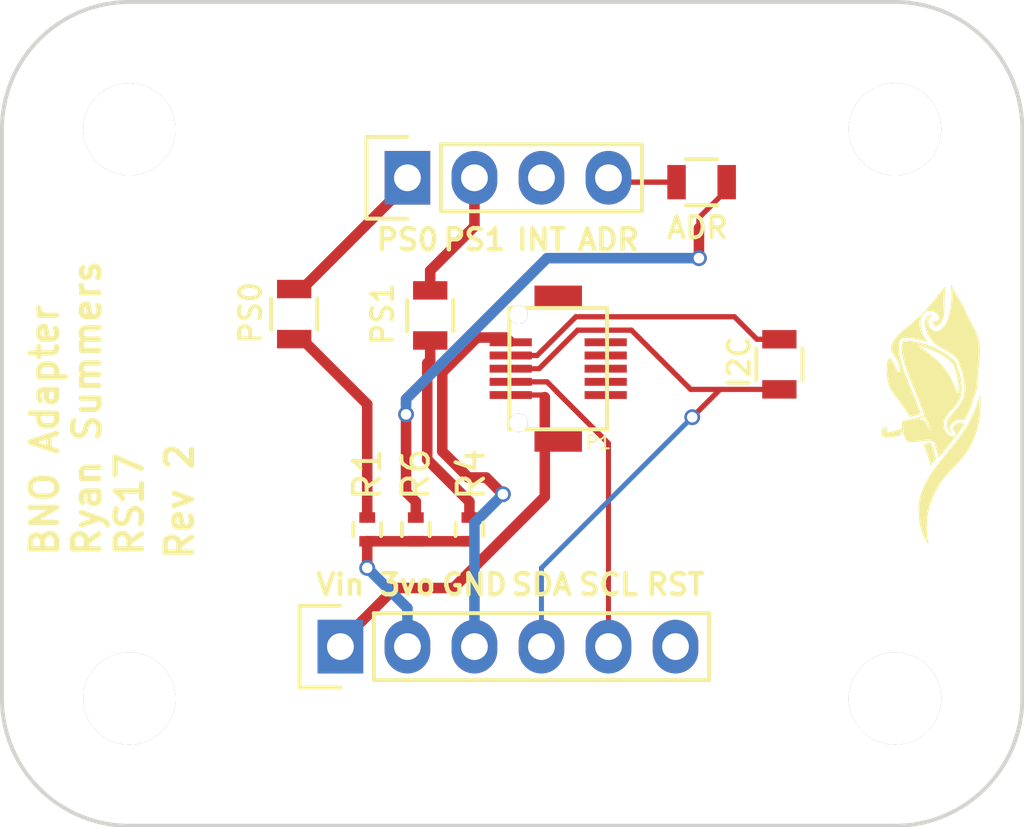
<source format=kicad_pcb>
(kicad_pcb (version 4) (host pcbnew 4.0.5-e0-6337~49~ubuntu16.04.1)

  (general
    (links 0)
    (no_connects 9)
    (area 126.924999 126.924999 165.746501 158.317001)
    (thickness 1.6)
    (drawings 32)
    (tracks 75)
    (zones 0)
    (modules 15)
    (nets 13)
  )

  (page A4)
  (layers
    (0 F.Cu signal)
    (31 B.Cu signal)
    (32 B.Adhes user)
    (33 F.Adhes user)
    (34 B.Paste user)
    (35 F.Paste user)
    (36 B.SilkS user)
    (37 F.SilkS user)
    (38 B.Mask user)
    (39 F.Mask user)
    (40 Dwgs.User user)
    (41 Cmts.User user)
    (42 Eco1.User user)
    (43 Eco2.User user)
    (44 Edge.Cuts user)
    (45 Margin user)
    (46 B.CrtYd user)
    (47 F.CrtYd user)
    (48 B.Fab user hide)
    (49 F.Fab user hide)
  )

  (setup
    (last_trace_width 0.2)
    (trace_clearance 0.17)
    (zone_clearance 0.508)
    (zone_45_only no)
    (trace_min 0.17)
    (segment_width 0.2)
    (edge_width 0.15)
    (via_size 0.6)
    (via_drill 0.4)
    (via_min_size 0.4)
    (via_min_drill 0.3)
    (uvia_size 0.3)
    (uvia_drill 0.1)
    (uvias_allowed no)
    (uvia_min_size 0.2)
    (uvia_min_drill 0.1)
    (pcb_text_width 0.3)
    (pcb_text_size 1.5 1.5)
    (mod_edge_width 0.15)
    (mod_text_size 1 1)
    (mod_text_width 0.15)
    (pad_size 1.524 1.524)
    (pad_drill 0.762)
    (pad_to_mask_clearance 0)
    (aux_axis_origin 0 0)
    (visible_elements FFFFFF7F)
    (pcbplotparams
      (layerselection 0x00030_80000001)
      (usegerberextensions false)
      (excludeedgelayer true)
      (linewidth 0.100000)
      (plotframeref false)
      (viasonmask false)
      (mode 1)
      (useauxorigin false)
      (hpglpennumber 1)
      (hpglpenspeed 20)
      (hpglpendiameter 15)
      (hpglpenoverlay 2)
      (psnegative false)
      (psa4output false)
      (plotreference true)
      (plotvalue true)
      (plotinvisibletext false)
      (padsonsilk false)
      (subtractmaskfromsilk false)
      (outputformat 1)
      (mirror false)
      (drillshape 1)
      (scaleselection 1)
      (outputdirectory ""))
  )

  (net 0 "")
  (net 1 /RX/SDA_0)
  (net 2 /SCL)
  (net 3 /Vbus)
  (net 4 /SDA_1)
  (net 5 GND)
  (net 6 /PS0)
  (net 7 /PS1)
  (net 8 /ADR)
  (net 9 /3v0)
  (net 10 "Net-(R1-Pad2)")
  (net 11 "Net-(R3-Pad1)")
  (net 12 "Net-(R5-Pad1)")

  (net_class Default "This is the default net class."
    (clearance 0.17)
    (trace_width 0.2)
    (via_dia 0.6)
    (via_drill 0.4)
    (uvia_dia 0.3)
    (uvia_drill 0.1)
    (add_net /3v0)
    (add_net /ADR)
    (add_net /PS0)
    (add_net /PS1)
    (add_net /RX/SDA_0)
    (add_net /SCL)
    (add_net /SDA_1)
    (add_net /Vbus)
    (add_net GND)
    (add_net "Net-(R1-Pad2)")
    (add_net "Net-(R3-Pad1)")
    (add_net "Net-(R5-Pad1)")
  )

  (module Pin_Headers:Pin_Header_Straight_1x04 (layer F.Cu) (tedit 58261359) (tstamp 58260DF9)
    (at 142.367 133.6675 90)
    (descr "Through hole pin header")
    (tags "pin header")
    (path /582606FE)
    (fp_text reference P2 (at 0 -5.1 90) (layer F.SilkS) hide
      (effects (font (size 1 1) (thickness 0.15)))
    )
    (fp_text value CONN_01X04 (at 0 -3.1 90) (layer F.Fab)
      (effects (font (size 1 1) (thickness 0.15)))
    )
    (fp_line (start -1.75 -1.75) (end -1.75 9.4) (layer F.CrtYd) (width 0.05))
    (fp_line (start 1.75 -1.75) (end 1.75 9.4) (layer F.CrtYd) (width 0.05))
    (fp_line (start -1.75 -1.75) (end 1.75 -1.75) (layer F.CrtYd) (width 0.05))
    (fp_line (start -1.75 9.4) (end 1.75 9.4) (layer F.CrtYd) (width 0.05))
    (fp_line (start -1.27 1.27) (end -1.27 8.89) (layer F.SilkS) (width 0.15))
    (fp_line (start 1.27 1.27) (end 1.27 8.89) (layer F.SilkS) (width 0.15))
    (fp_line (start 1.55 -1.55) (end 1.55 0) (layer F.SilkS) (width 0.15))
    (fp_line (start -1.27 8.89) (end 1.27 8.89) (layer F.SilkS) (width 0.15))
    (fp_line (start 1.27 1.27) (end -1.27 1.27) (layer F.SilkS) (width 0.15))
    (fp_line (start -1.55 0) (end -1.55 -1.55) (layer F.SilkS) (width 0.15))
    (fp_line (start -1.55 -1.55) (end 1.55 -1.55) (layer F.SilkS) (width 0.15))
    (pad 1 thru_hole rect (at 0 0 90) (size 2.032 1.7272) (drill 1.016) (layers *.Cu *.Mask)
      (net 6 /PS0))
    (pad 2 thru_hole oval (at 0 2.54 90) (size 2.032 1.7272) (drill 1.016) (layers *.Cu *.Mask)
      (net 7 /PS1))
    (pad 3 thru_hole oval (at 0 5.08 90) (size 2.032 1.7272) (drill 1.016) (layers *.Cu *.Mask))
    (pad 4 thru_hole oval (at 0 7.62 90) (size 2.032 1.7272) (drill 1.016) (layers *.Cu *.Mask)
      (net 8 /ADR))
    (model Pin_Headers.3dshapes/Pin_Header_Straight_1x04.wrl
      (at (xyz 0 -0.15 -0.07000000000000001))
      (scale (xyz 1 1 1))
      (rotate (xyz 0 180 90))
    )
  )

  (module Pin_Headers:Pin_Header_Straight_1x06 (layer F.Cu) (tedit 582616ED) (tstamp 58260E0E)
    (at 139.827 151.4475 90)
    (descr "Through hole pin header")
    (tags "pin header")
    (path /5826076A)
    (fp_text reference P3 (at 0 -5.1 90) (layer F.SilkS) hide
      (effects (font (size 1 1) (thickness 0.15)))
    )
    (fp_text value CONN_01X06 (at 0 -3.1 90) (layer F.Fab)
      (effects (font (size 1 1) (thickness 0.15)))
    )
    (fp_line (start -1.75 -1.75) (end -1.75 14.45) (layer F.CrtYd) (width 0.05))
    (fp_line (start 1.75 -1.75) (end 1.75 14.45) (layer F.CrtYd) (width 0.05))
    (fp_line (start -1.75 -1.75) (end 1.75 -1.75) (layer F.CrtYd) (width 0.05))
    (fp_line (start -1.75 14.45) (end 1.75 14.45) (layer F.CrtYd) (width 0.05))
    (fp_line (start 1.27 1.27) (end 1.27 13.97) (layer F.SilkS) (width 0.15))
    (fp_line (start 1.27 13.97) (end -1.27 13.97) (layer F.SilkS) (width 0.15))
    (fp_line (start -1.27 13.97) (end -1.27 1.27) (layer F.SilkS) (width 0.15))
    (fp_line (start 1.55 -1.55) (end 1.55 0) (layer F.SilkS) (width 0.15))
    (fp_line (start 1.27 1.27) (end -1.27 1.27) (layer F.SilkS) (width 0.15))
    (fp_line (start -1.55 0) (end -1.55 -1.55) (layer F.SilkS) (width 0.15))
    (fp_line (start -1.55 -1.55) (end 1.55 -1.55) (layer F.SilkS) (width 0.15))
    (pad 1 thru_hole rect (at 0 0 90) (size 2.032 1.7272) (drill 1.016) (layers *.Cu *.Mask)
      (net 3 /Vbus))
    (pad 2 thru_hole oval (at 0 2.54 90) (size 2.032 1.7272) (drill 1.016) (layers *.Cu *.Mask)
      (net 9 /3v0))
    (pad 3 thru_hole oval (at 0 5.08 90) (size 2.032 1.7272) (drill 1.016) (layers *.Cu *.Mask)
      (net 5 GND))
    (pad 4 thru_hole oval (at 0 7.62 90) (size 2.032 1.7272) (drill 1.016) (layers *.Cu *.Mask)
      (net 1 /RX/SDA_0))
    (pad 5 thru_hole oval (at 0 10.16 90) (size 2.032 1.7272) (drill 1.016) (layers *.Cu *.Mask)
      (net 2 /SCL))
    (pad 6 thru_hole oval (at 0 12.7 90) (size 2.032 1.7272) (drill 1.016) (layers *.Cu *.Mask))
    (model Pin_Headers.3dshapes/Pin_Header_Straight_1x06.wrl
      (at (xyz 0 -0.25 -0.07000000000000001))
      (scale (xyz 1 1 1))
      (rotate (xyz 0 180 90))
    )
  )

  (module Resistors_SMD:R_0402 (layer F.Cu) (tedit 5415CBB8) (tstamp 58260E36)
    (at 140.843 147.0025 90)
    (descr "Resistor SMD 0402, reflow soldering, Vishay (see dcrcw.pdf)")
    (tags "resistor 0402")
    (path /58264133)
    (attr smd)
    (fp_text reference R1 (at 2.0955 0 90) (layer F.SilkS)
      (effects (font (size 1 1) (thickness 0.15)))
    )
    (fp_text value 10k (at 0 1.8 90) (layer F.Fab)
      (effects (font (size 1 1) (thickness 0.15)))
    )
    (fp_line (start -0.95 -0.65) (end 0.95 -0.65) (layer F.CrtYd) (width 0.05))
    (fp_line (start -0.95 0.65) (end 0.95 0.65) (layer F.CrtYd) (width 0.05))
    (fp_line (start -0.95 -0.65) (end -0.95 0.65) (layer F.CrtYd) (width 0.05))
    (fp_line (start 0.95 -0.65) (end 0.95 0.65) (layer F.CrtYd) (width 0.05))
    (fp_line (start 0.25 -0.525) (end -0.25 -0.525) (layer F.SilkS) (width 0.15))
    (fp_line (start -0.25 0.525) (end 0.25 0.525) (layer F.SilkS) (width 0.15))
    (pad 1 smd rect (at -0.45 0 90) (size 0.4 0.6) (layers F.Cu F.Paste F.Mask)
      (net 9 /3v0))
    (pad 2 smd rect (at 0.45 0 90) (size 0.4 0.6) (layers F.Cu F.Paste F.Mask)
      (net 10 "Net-(R1-Pad2)"))
    (model Resistors_SMD.3dshapes/R_0402.wrl
      (at (xyz 0 0 0))
      (scale (xyz 1 1 1))
      (rotate (xyz 0 0 0))
    )
  )

  (module Resistors_SMD:R_0402 (layer F.Cu) (tedit 5415CBB8) (tstamp 58260E5A)
    (at 144.7165 147.0025 90)
    (descr "Resistor SMD 0402, reflow soldering, Vishay (see dcrcw.pdf)")
    (tags "resistor 0402")
    (path /582640FC)
    (attr smd)
    (fp_text reference R4 (at 2.0955 0.0635 90) (layer F.SilkS)
      (effects (font (size 1 1) (thickness 0.15)))
    )
    (fp_text value 10k (at 0 1.8 90) (layer F.Fab)
      (effects (font (size 1 1) (thickness 0.15)))
    )
    (fp_line (start -0.95 -0.65) (end 0.95 -0.65) (layer F.CrtYd) (width 0.05))
    (fp_line (start -0.95 0.65) (end 0.95 0.65) (layer F.CrtYd) (width 0.05))
    (fp_line (start -0.95 -0.65) (end -0.95 0.65) (layer F.CrtYd) (width 0.05))
    (fp_line (start 0.95 -0.65) (end 0.95 0.65) (layer F.CrtYd) (width 0.05))
    (fp_line (start 0.25 -0.525) (end -0.25 -0.525) (layer F.SilkS) (width 0.15))
    (fp_line (start -0.25 0.525) (end 0.25 0.525) (layer F.SilkS) (width 0.15))
    (pad 1 smd rect (at -0.45 0 90) (size 0.4 0.6) (layers F.Cu F.Paste F.Mask)
      (net 9 /3v0))
    (pad 2 smd rect (at 0.45 0 90) (size 0.4 0.6) (layers F.Cu F.Paste F.Mask)
      (net 11 "Net-(R3-Pad1)"))
    (model Resistors_SMD.3dshapes/R_0402.wrl
      (at (xyz 0 0 0))
      (scale (xyz 1 1 1))
      (rotate (xyz 0 0 0))
    )
  )

  (module Resistors_SMD:R_0402 (layer F.Cu) (tedit 5415CBB8) (tstamp 58260E72)
    (at 142.6845 147.0025 90)
    (descr "Resistor SMD 0402, reflow soldering, Vishay (see dcrcw.pdf)")
    (tags "resistor 0402")
    (path /582622FA)
    (attr smd)
    (fp_text reference R6 (at 2.0955 0 90) (layer F.SilkS)
      (effects (font (size 1 1) (thickness 0.15)))
    )
    (fp_text value 10k (at 0 1.8 90) (layer F.Fab)
      (effects (font (size 1 1) (thickness 0.15)))
    )
    (fp_line (start -0.95 -0.65) (end 0.95 -0.65) (layer F.CrtYd) (width 0.05))
    (fp_line (start -0.95 0.65) (end 0.95 0.65) (layer F.CrtYd) (width 0.05))
    (fp_line (start -0.95 -0.65) (end -0.95 0.65) (layer F.CrtYd) (width 0.05))
    (fp_line (start 0.95 -0.65) (end 0.95 0.65) (layer F.CrtYd) (width 0.05))
    (fp_line (start 0.25 -0.525) (end -0.25 -0.525) (layer F.SilkS) (width 0.15))
    (fp_line (start -0.25 0.525) (end 0.25 0.525) (layer F.SilkS) (width 0.15))
    (pad 1 smd rect (at -0.45 0 90) (size 0.4 0.6) (layers F.Cu F.Paste F.Mask)
      (net 9 /3v0))
    (pad 2 smd rect (at 0.45 0 90) (size 0.4 0.6) (layers F.Cu F.Paste F.Mask)
      (net 12 "Net-(R5-Pad1)"))
    (model Resistors_SMD.3dshapes/R_0402.wrl
      (at (xyz 0 0 0))
      (scale (xyz 1 1 1))
      (rotate (xyz 0 0 0))
    )
  )

  (module robosub_footprints:3mm-10pos-receptacle (layer F.Cu) (tedit 5844CDD2) (tstamp 589D1A99)
    (at 148.082 140.9065 90)
    (path /589D4228)
    (attr smd)
    (fp_text reference P1 (at -2.794 1.524 180) (layer F.SilkS)
      (effects (font (size 0.5 0.5) (thickness 0.075)))
    )
    (fp_text value Mezzanine-Header (at 0.254 3.556 90) (layer F.Fab)
      (effects (font (size 1 1) (thickness 0.15)))
    )
    (fp_line (start 2.3 1.85) (end 2.3 -1.85) (layer F.SilkS) (width 0.15))
    (fp_line (start -2.3 -1.85) (end 2.3 -1.85) (layer F.SilkS) (width 0.15))
    (fp_line (start -2.3 1.85) (end 2.3 1.85) (layer F.SilkS) (width 0.15))
    (fp_line (start -2.3 1.85) (end -2.3 -1.85) (layer F.SilkS) (width 0.15))
    (pad "" thru_hole circle (at 2.05 -1.5 90) (size 0.7 0.7) (drill 0.7) (layers *.Cu *.Mask))
    (pad "" thru_hole circle (at -2.05 -1.5 90) (size 0.7 0.7) (drill 0.7) (layers *.Cu *.Mask))
    (pad 6 smd rect (at 0 1.8 90) (size 0.3 1.6) (layers F.Cu F.Paste F.Mask))
    (pad 10 smd rect (at 1 1.8 90) (size 0.3 1.6) (layers F.Cu F.Paste F.Mask))
    (pad 8 smd rect (at 0.5 1.8 90) (size 0.3 1.6) (layers F.Cu F.Paste F.Mask))
    (pad 2 smd rect (at -1 1.8 90) (size 0.3 1.6) (layers F.Cu F.Paste F.Mask))
    (pad 4 smd rect (at -0.5 1.8 90) (size 0.3 1.6) (layers F.Cu F.Paste F.Mask))
    (pad 5 smd rect (at 0 -1.8 90) (size 0.3 1.6) (layers F.Cu F.Paste F.Mask)
      (net 1 /RX/SDA_0))
    (pad 3 smd rect (at -0.5 -1.8 90) (size 0.3 1.6) (layers F.Cu F.Paste F.Mask)
      (net 2 /SCL))
    (pad 1 smd rect (at -1 -1.8 90) (size 0.3 1.6) (layers F.Cu F.Paste F.Mask)
      (net 3 /Vbus))
    (pad 9 smd rect (at 1 -1.8 90) (size 0.3 1.6) (layers F.Cu F.Paste F.Mask)
      (net 5 GND))
    (pad 7 smd rect (at 0.5 -1.8 90) (size 0.3 1.6) (layers F.Cu F.Paste F.Mask)
      (net 4 /SDA_1))
    (pad "" smd rect (at 2.75 0 90) (size 0.8 1.8) (layers F.Cu F.Paste F.Mask))
    (pad "" smd rect (at -2.75 0 90) (size 0.8 1.8) (layers F.Cu F.Paste F.Mask))
    (model robosub.3dshapes/3mm-10pos-receptacle.wrl
      (at (xyz 0 0 0))
      (scale (xyz 0.4 0.4 0.4))
      (rotate (xyz -90 0 0))
    )
  )

  (module robosub_footprints:3mm-spacer (layer F.Cu) (tedit 589D1205) (tstamp 589D1AAE)
    (at 131.826 131.826)
    (path /589D2B8C)
    (fp_text reference P4 (at 0 -3.048) (layer F.SilkS) hide
      (effects (font (thickness 0.15)))
    )
    (fp_text value Spacer (at 0 3.302) (layer F.SilkS) hide
      (effects (font (thickness 0.15)))
    )
    (fp_circle (center 0 0) (end 0 3.18) (layer Dwgs.User) (width 0.15))
    (fp_circle (center 0 0) (end 0 4.75) (layer Dwgs.User) (width 0.15))
    (pad "" thru_hole circle (at 0 0) (size 3.5 3.5) (drill 3.5) (layers *.Cu *.Mask F.SilkS))
    (model robosub.3dshapes/3mm-spacer.wrl
      (at (xyz 0 0 0))
      (scale (xyz 0.4 0.4 0.4))
      (rotate (xyz 0 0 0))
    )
  )

  (module robosub_footprints:3mm-spacer (layer F.Cu) (tedit 589D120B) (tstamp 589D1AB4)
    (at 160.8455 131.826)
    (path /589D2CA7)
    (fp_text reference P5 (at 0 -3.048) (layer F.SilkS) hide
      (effects (font (thickness 0.15)))
    )
    (fp_text value Spacer (at 0 3.302) (layer F.SilkS) hide
      (effects (font (thickness 0.15)))
    )
    (fp_circle (center 0 0) (end 0 3.18) (layer Dwgs.User) (width 0.15))
    (fp_circle (center 0 0) (end 0 4.75) (layer Dwgs.User) (width 0.15))
    (pad "" thru_hole circle (at 0 0) (size 3.5 3.5) (drill 3.5) (layers *.Cu *.Mask F.SilkS))
    (model robosub.3dshapes/3mm-spacer.wrl
      (at (xyz 0 0 0))
      (scale (xyz 0.4 0.4 0.4))
      (rotate (xyz 0 0 0))
    )
  )

  (module robosub_footprints:3mm-spacer (layer F.Cu) (tedit 589D1210) (tstamp 589D1ABA)
    (at 160.8455 153.416)
    (path /589D2D01)
    (fp_text reference P6 (at 0 -3.048) (layer F.SilkS) hide
      (effects (font (thickness 0.15)))
    )
    (fp_text value Spacer (at 0 3.302) (layer F.SilkS) hide
      (effects (font (thickness 0.15)))
    )
    (fp_circle (center 0 0) (end 0 3.18) (layer Dwgs.User) (width 0.15))
    (fp_circle (center 0 0) (end 0 4.75) (layer Dwgs.User) (width 0.15))
    (pad "" thru_hole circle (at 0 0) (size 3.5 3.5) (drill 3.5) (layers *.Cu *.Mask F.SilkS))
    (model robosub.3dshapes/3mm-spacer.wrl
      (at (xyz 0 0 0))
      (scale (xyz 0.4 0.4 0.4))
      (rotate (xyz 0 0 0))
    )
  )

  (module robosub_footprints:3mm-spacer (layer F.Cu) (tedit 589D1202) (tstamp 589D1AC0)
    (at 131.826 153.416)
    (path /589D2D7D)
    (fp_text reference P7 (at 0 -3.048) (layer F.SilkS) hide
      (effects (font (thickness 0.15)))
    )
    (fp_text value Spacer (at 0 3.302) (layer F.SilkS) hide
      (effects (font (thickness 0.15)))
    )
    (fp_circle (center 0 0) (end 0 3.18) (layer Dwgs.User) (width 0.15))
    (fp_circle (center 0 0) (end 0 4.75) (layer Dwgs.User) (width 0.15))
    (pad "" thru_hole circle (at 0 0) (size 3.5 3.5) (drill 3.5) (layers *.Cu *.Mask F.SilkS))
    (model robosub.3dshapes/3mm-spacer.wrl
      (at (xyz 0 0 0))
      (scale (xyz 0.4 0.4 0.4))
      (rotate (xyz 0 0 0))
    )
  )

  (module Resistors_SMD:R_0805 (layer F.Cu) (tedit 589D11F1) (tstamp 589D1AC6)
    (at 138.0744 138.8364 90)
    (descr "Resistor SMD 0805, reflow soldering, Vishay (see dcrcw.pdf)")
    (tags "resistor 0805")
    (path /58261EA4)
    (attr smd)
    (fp_text reference R2 (at 0 -2.1 90) (layer F.SilkS) hide
      (effects (font (size 1 1) (thickness 0.15)))
    )
    (fp_text value 0 (at 0 2.1 90) (layer F.Fab)
      (effects (font (size 1 1) (thickness 0.15)))
    )
    (fp_line (start -1 0.625) (end -1 -0.625) (layer F.Fab) (width 0.1))
    (fp_line (start 1 0.625) (end -1 0.625) (layer F.Fab) (width 0.1))
    (fp_line (start 1 -0.625) (end 1 0.625) (layer F.Fab) (width 0.1))
    (fp_line (start -1 -0.625) (end 1 -0.625) (layer F.Fab) (width 0.1))
    (fp_line (start -1.6 -1) (end 1.6 -1) (layer F.CrtYd) (width 0.05))
    (fp_line (start -1.6 1) (end 1.6 1) (layer F.CrtYd) (width 0.05))
    (fp_line (start -1.6 -1) (end -1.6 1) (layer F.CrtYd) (width 0.05))
    (fp_line (start 1.6 -1) (end 1.6 1) (layer F.CrtYd) (width 0.05))
    (fp_line (start 0.6 0.875) (end -0.6 0.875) (layer F.SilkS) (width 0.15))
    (fp_line (start -0.6 -0.875) (end 0.6 -0.875) (layer F.SilkS) (width 0.15))
    (pad 1 smd rect (at -0.95 0 90) (size 0.7 1.3) (layers F.Cu F.Paste F.Mask)
      (net 10 "Net-(R1-Pad2)"))
    (pad 2 smd rect (at 0.95 0 90) (size 0.7 1.3) (layers F.Cu F.Paste F.Mask)
      (net 6 /PS0))
    (model Resistors_SMD.3dshapes/R_0805.wrl
      (at (xyz 0 0 0))
      (scale (xyz 1 1 1))
      (rotate (xyz 0 0 0))
    )
  )

  (module Resistors_SMD:R_0805 (layer F.Cu) (tedit 589D140D) (tstamp 589D1AD5)
    (at 143.2306 138.8872 90)
    (descr "Resistor SMD 0805, reflow soldering, Vishay (see dcrcw.pdf)")
    (tags "resistor 0805")
    (path /589D3633)
    (attr smd)
    (fp_text reference R3 (at 0 -2.1 90) (layer F.SilkS) hide
      (effects (font (size 1 1) (thickness 0.15)))
    )
    (fp_text value 0 (at 0 2.1 90) (layer F.Fab)
      (effects (font (size 1 1) (thickness 0.15)))
    )
    (fp_line (start -1 0.625) (end -1 -0.625) (layer F.Fab) (width 0.1))
    (fp_line (start 1 0.625) (end -1 0.625) (layer F.Fab) (width 0.1))
    (fp_line (start 1 -0.625) (end 1 0.625) (layer F.Fab) (width 0.1))
    (fp_line (start -1 -0.625) (end 1 -0.625) (layer F.Fab) (width 0.1))
    (fp_line (start -1.6 -1) (end 1.6 -1) (layer F.CrtYd) (width 0.05))
    (fp_line (start -1.6 1) (end 1.6 1) (layer F.CrtYd) (width 0.05))
    (fp_line (start -1.6 -1) (end -1.6 1) (layer F.CrtYd) (width 0.05))
    (fp_line (start 1.6 -1) (end 1.6 1) (layer F.CrtYd) (width 0.05))
    (fp_line (start 0.6 0.875) (end -0.6 0.875) (layer F.SilkS) (width 0.15))
    (fp_line (start -0.6 -0.875) (end 0.6 -0.875) (layer F.SilkS) (width 0.15))
    (pad 1 smd rect (at -0.95 0 90) (size 0.7 1.3) (layers F.Cu F.Paste F.Mask)
      (net 11 "Net-(R3-Pad1)"))
    (pad 2 smd rect (at 0.95 0 90) (size 0.7 1.3) (layers F.Cu F.Paste F.Mask)
      (net 7 /PS1))
    (model Resistors_SMD.3dshapes/R_0805.wrl
      (at (xyz 0 0 0))
      (scale (xyz 1 1 1))
      (rotate (xyz 0 0 0))
    )
  )

  (module Resistors_SMD:R_0805 (layer F.Cu) (tedit 589D11EE) (tstamp 589D1AE4)
    (at 153.5176 133.8326 180)
    (descr "Resistor SMD 0805, reflow soldering, Vishay (see dcrcw.pdf)")
    (tags "resistor 0805")
    (path /589D3689)
    (attr smd)
    (fp_text reference R5 (at 0.315 -2.286 180) (layer F.SilkS) hide
      (effects (font (size 1 1) (thickness 0.15)))
    )
    (fp_text value 0 (at 0 2.1 180) (layer F.Fab)
      (effects (font (size 1 1) (thickness 0.15)))
    )
    (fp_line (start -1 0.625) (end -1 -0.625) (layer F.Fab) (width 0.1))
    (fp_line (start 1 0.625) (end -1 0.625) (layer F.Fab) (width 0.1))
    (fp_line (start 1 -0.625) (end 1 0.625) (layer F.Fab) (width 0.1))
    (fp_line (start -1 -0.625) (end 1 -0.625) (layer F.Fab) (width 0.1))
    (fp_line (start -1.6 -1) (end 1.6 -1) (layer F.CrtYd) (width 0.05))
    (fp_line (start -1.6 1) (end 1.6 1) (layer F.CrtYd) (width 0.05))
    (fp_line (start -1.6 -1) (end -1.6 1) (layer F.CrtYd) (width 0.05))
    (fp_line (start 1.6 -1) (end 1.6 1) (layer F.CrtYd) (width 0.05))
    (fp_line (start 0.6 0.875) (end -0.6 0.875) (layer F.SilkS) (width 0.15))
    (fp_line (start -0.6 -0.875) (end 0.6 -0.875) (layer F.SilkS) (width 0.15))
    (pad 1 smd rect (at -0.95 0 180) (size 0.7 1.3) (layers F.Cu F.Paste F.Mask)
      (net 12 "Net-(R5-Pad1)"))
    (pad 2 smd rect (at 0.95 0 180) (size 0.7 1.3) (layers F.Cu F.Paste F.Mask)
      (net 8 /ADR))
    (model Resistors_SMD.3dshapes/R_0805.wrl
      (at (xyz 0 0 0))
      (scale (xyz 1 1 1))
      (rotate (xyz 0 0 0))
    )
  )

  (module Resistors_SMD:R_0805 (layer F.Cu) (tedit 589D1416) (tstamp 589D1AF3)
    (at 156.464 140.7414 270)
    (descr "Resistor SMD 0805, reflow soldering, Vishay (see dcrcw.pdf)")
    (tags "resistor 0805")
    (path /589D3DAE)
    (attr smd)
    (fp_text reference R7 (at 0 -2.1 270) (layer F.SilkS) hide
      (effects (font (size 1 1) (thickness 0.15)))
    )
    (fp_text value 0 (at 0 2.1 270) (layer F.Fab)
      (effects (font (size 1 1) (thickness 0.15)))
    )
    (fp_line (start -1 0.625) (end -1 -0.625) (layer F.Fab) (width 0.1))
    (fp_line (start 1 0.625) (end -1 0.625) (layer F.Fab) (width 0.1))
    (fp_line (start 1 -0.625) (end 1 0.625) (layer F.Fab) (width 0.1))
    (fp_line (start -1 -0.625) (end 1 -0.625) (layer F.Fab) (width 0.1))
    (fp_line (start -1.6 -1) (end 1.6 -1) (layer F.CrtYd) (width 0.05))
    (fp_line (start -1.6 1) (end 1.6 1) (layer F.CrtYd) (width 0.05))
    (fp_line (start -1.6 -1) (end -1.6 1) (layer F.CrtYd) (width 0.05))
    (fp_line (start 1.6 -1) (end 1.6 1) (layer F.CrtYd) (width 0.05))
    (fp_line (start 0.6 0.875) (end -0.6 0.875) (layer F.SilkS) (width 0.15))
    (fp_line (start -0.6 -0.875) (end 0.6 -0.875) (layer F.SilkS) (width 0.15))
    (pad 1 smd rect (at -0.95 0 270) (size 0.7 1.3) (layers F.Cu F.Paste F.Mask)
      (net 4 /SDA_1))
    (pad 2 smd rect (at 0.95 0 270) (size 0.7 1.3) (layers F.Cu F.Paste F.Mask)
      (net 1 /RX/SDA_0))
    (model Resistors_SMD.3dshapes/R_0805.wrl
      (at (xyz 0 0 0))
      (scale (xyz 1 1 1))
      (rotate (xyz 0 0 0))
    )
  )

  (module robosub_footprints:robosub_logo-medium (layer F.Cu) (tedit 0) (tstamp 589D1DB8)
    (at 162.3314 142.5702 90)
    (fp_text reference G*** (at 0 0 90) (layer F.SilkS) hide
      (effects (font (thickness 0.3)))
    )
    (fp_text value LOGO (at 0.75 0 90) (layer F.SilkS) hide
      (effects (font (thickness 0.3)))
    )
    (fp_poly (pts (xy -3.630522 -0.586779) (xy -3.608205 -0.586576) (xy -3.588209 -0.586171) (xy -3.569697 -0.585523)
      (xy -3.551832 -0.584591) (xy -3.533775 -0.583331) (xy -3.514687 -0.581704) (xy -3.493732 -0.579665)
      (xy -3.476535 -0.577869) (xy -3.399362 -0.567949) (xy -3.321616 -0.554586) (xy -3.243241 -0.537754)
      (xy -3.164179 -0.517431) (xy -3.084373 -0.493592) (xy -3.003765 -0.466215) (xy -2.922298 -0.435276)
      (xy -2.839914 -0.400751) (xy -2.756557 -0.362617) (xy -2.672168 -0.32085) (xy -2.586691 -0.275426)
      (xy -2.500069 -0.226322) (xy -2.412243 -0.173515) (xy -2.323156 -0.11698) (xy -2.27 -0.08188)
      (xy -2.236933 -0.059573) (xy -2.204022 -0.037032) (xy -2.17108 -0.014115) (xy -2.137922 0.00932)
      (xy -2.104361 0.033416) (xy -2.07021 0.058315) (xy -2.035284 0.08416) (xy -1.999397 0.111093)
      (xy -1.962361 0.139256) (xy -1.923992 0.168792) (xy -1.884102 0.199844) (xy -1.842506 0.232554)
      (xy -1.799018 0.267064) (xy -1.75345 0.303516) (xy -1.705617 0.342054) (xy -1.655333 0.38282)
      (xy -1.602411 0.425955) (xy -1.55 0.468867) (xy -1.50476 0.505964) (xy -1.462416 0.540648)
      (xy -1.422788 0.573063) (xy -1.385697 0.603355) (xy -1.350962 0.631666) (xy -1.318405 0.658141)
      (xy -1.287844 0.682925) (xy -1.259101 0.706161) (xy -1.231995 0.727993) (xy -1.206346 0.748567)
      (xy -1.181975 0.768025) (xy -1.158702 0.786513) (xy -1.136346 0.804174) (xy -1.114729 0.821153)
      (xy -1.09367 0.837593) (xy -1.072989 0.85364) (xy -1.052506 0.869436) (xy -1.032042 0.885127)
      (xy -1.011417 0.900856) (xy -1.006 0.904974) (xy -0.942525 0.952574) (xy -0.878815 0.999118)
      (xy -0.81522 1.044372) (xy -0.752087 1.088104) (xy -0.689765 1.13008) (xy -0.628604 1.170065)
      (xy -0.56895 1.207826) (xy -0.511153 1.243129) (xy -0.455561 1.27574) (xy -0.44 1.284605)
      (xy -0.39336 1.310397) (xy -0.343515 1.336845) (xy -0.291139 1.363611) (xy -0.236903 1.39036)
      (xy -0.18148 1.416758) (xy -0.12554 1.442466) (xy -0.111863 1.448608) (xy -0.06872 1.467598)
      (xy -0.023471 1.486934) (xy 0.024049 1.50668) (xy 0.074003 1.526898) (xy 0.126557 1.547651)
      (xy 0.181876 1.569003) (xy 0.240124 1.591017) (xy 0.301465 1.613756) (xy 0.366064 1.637282)
      (xy 0.434087 1.661659) (xy 0.505697 1.686951) (xy 0.558 1.705216) (xy 0.575423 1.711275)
      (xy 0.591729 1.716947) (xy 0.60652 1.722094) (xy 0.619396 1.726576) (xy 0.629959 1.730255)
      (xy 0.637809 1.732992) (xy 0.642548 1.734648) (xy 0.643786 1.735084) (xy 0.645738 1.736478)
      (xy 0.645621 1.737045) (xy 0.643115 1.737714) (xy 0.637008 1.738556) (xy 0.627695 1.739543)
      (xy 0.615569 1.740647) (xy 0.601025 1.741842) (xy 0.584457 1.7431) (xy 0.566259 1.744393)
      (xy 0.546826 1.745695) (xy 0.526551 1.746977) (xy 0.50583 1.748213) (xy 0.485055 1.749375)
      (xy 0.464621 1.750437) (xy 0.444923 1.751369) (xy 0.43 1.752003) (xy 0.414569 1.752499)
      (xy 0.395784 1.752903) (xy 0.374291 1.753218) (xy 0.350733 1.753442) (xy 0.325755 1.753576)
      (xy 0.300004 1.753621) (xy 0.274123 1.753576) (xy 0.248758 1.753443) (xy 0.224553 1.753221)
      (xy 0.202153 1.752911) (xy 0.182204 1.752513) (xy 0.16535 1.752027) (xy 0.161 1.751864)
      (xy 0.04898 1.74565) (xy -0.062278 1.735982) (xy -0.172624 1.722901) (xy -0.281907 1.706448)
      (xy -0.389974 1.686664) (xy -0.496675 1.663588) (xy -0.601858 1.637262) (xy -0.705371 1.607725)
      (xy -0.807064 1.575018) (xy -0.906784 1.539182) (xy -1.00438 1.500257) (xy -1.099701 1.458284)
      (xy -1.192595 1.413302) (xy -1.28 1.366967) (xy -1.3263 1.340814) (xy -1.370797 1.314587)
      (xy -1.414098 1.287884) (xy -1.45681 1.260301) (xy -1.49954 1.231434) (xy -1.542896 1.200878)
      (xy -1.587484 1.168231) (xy -1.633912 1.133089) (xy -1.648 1.122224) (xy -1.672079 1.10347)
      (xy -1.695167 1.085244) (xy -1.717524 1.067315) (xy -1.73941 1.049454) (xy -1.761084 1.03143)
      (xy -1.782807 1.013014) (xy -1.804838 0.993976) (xy -1.827437 0.974086) (xy -1.850863 0.953114)
      (xy -1.875376 0.930831) (xy -1.901236 0.907005) (xy -1.928703 0.881408) (xy -1.958036 0.853809)
      (xy -1.989495 0.823979) (xy -2.02334 0.791687) (xy -2.046878 0.769138) (xy -2.081779 0.735689)
      (xy -2.11404 0.704844) (xy -2.143875 0.676409) (xy -2.171501 0.650188) (xy -2.197134 0.625986)
      (xy -2.220989 0.603608) (xy -2.243284 0.582859) (xy -2.264233 0.563543) (xy -2.284053 0.545466)
      (xy -2.30296 0.528433) (xy -2.321169 0.512247) (xy -2.338897 0.496715) (xy -2.35636 0.481641)
      (xy -2.373773 0.46683) (xy -2.391352 0.452086) (xy -2.409314 0.437215) (xy -2.427874 0.422021)
      (xy -2.447249 0.40631) (xy -2.458 0.397642) (xy -2.519738 0.348895) (xy -2.580006 0.303254)
      (xy -2.639346 0.260371) (xy -2.698303 0.219895) (xy -2.757417 0.181477) (xy -2.817231 0.144766)
      (xy -2.878289 0.109413) (xy -2.941133 0.075067) (xy -3.006306 0.04138) (xy -3.025 0.03204)
      (xy -3.12409 -0.014925) (xy -3.224543 -0.058215) (xy -3.326244 -0.097808) (xy -3.429077 -0.133681)
      (xy -3.532926 -0.165811) (xy -3.637675 -0.194176) (xy -3.743208 -0.218752) (xy -3.849409 -0.239517)
      (xy -3.956162 -0.256448) (xy -4.063351 -0.269522) (xy -4.170861 -0.278716) (xy -4.278575 -0.284007)
      (xy -4.386377 -0.285373) (xy -4.494152 -0.28279) (xy -4.593 -0.276921) (xy -4.678269 -0.269046)
      (xy -4.763874 -0.258481) (xy -4.848567 -0.2454) (xy -4.927057 -0.230796) (xy -4.943826 -0.227412)
      (xy -4.957086 -0.224769) (xy -4.967246 -0.222801) (xy -4.974714 -0.221442) (xy -4.9799 -0.220629)
      (xy -4.983212 -0.220295) (xy -4.98506 -0.220375) (xy -4.985852 -0.220804) (xy -4.986001 -0.221389)
      (xy -4.984334 -0.224424) (xy -4.979508 -0.229339) (xy -4.971778 -0.235937) (xy -4.961402 -0.244019)
      (xy -4.948639 -0.25339) (xy -4.933745 -0.26385) (xy -4.916978 -0.275203) (xy -4.90873 -0.280655)
      (xy -4.847411 -0.318643) (xy -4.78299 -0.354165) (xy -4.715532 -0.387196) (xy -4.645103 -0.417712)
      (xy -4.571769 -0.445689) (xy -4.495597 -0.471103) (xy -4.41665 -0.493929) (xy -4.334996 -0.514144)
      (xy -4.2507 -0.531722) (xy -4.205482 -0.539875) (xy -4.131874 -0.551455) (xy -4.055609 -0.561549)
      (xy -3.977677 -0.570074) (xy -3.899067 -0.576944) (xy -3.82077 -0.582074) (xy -3.743775 -0.585382)
      (xy -3.669073 -0.586781) (xy -3.656 -0.586823) (xy -3.630522 -0.586779)) (layer F.SilkS) (width 0.01))
    (fp_poly (pts (xy 3.41982 -0.350762) (xy 3.457689 -0.346062) (xy 3.494283 -0.338131) (xy 3.529168 -0.327047)
      (xy 3.561906 -0.312888) (xy 3.568 -0.309778) (xy 3.585426 -0.299815) (xy 3.602651 -0.288423)
      (xy 3.619136 -0.27607) (xy 3.634346 -0.263221) (xy 3.647743 -0.250344) (xy 3.65879 -0.237904)
      (xy 3.666949 -0.22637) (xy 3.669594 -0.221479) (xy 3.677917 -0.19952) (xy 3.6826 -0.176359)
      (xy 3.68362 -0.152506) (xy 3.680952 -0.128472) (xy 3.675174 -0.106512) (xy 3.67142 -0.096399)
      (xy 3.66726 -0.086679) (xy 3.663204 -0.078454) (xy 3.659759 -0.072826) (xy 3.659434 -0.072406)
      (xy 3.65705 -0.071159) (xy 3.655177 -0.07338) (xy 3.654139 -0.07854) (xy 3.65403 -0.081244)
      (xy 3.653304 -0.088085) (xy 3.651383 -0.097537) (xy 3.648573 -0.108505) (xy 3.645184 -0.119893)
      (xy 3.641524 -0.130606) (xy 3.6379 -0.139549) (xy 3.637228 -0.140983) (xy 3.626636 -0.158482)
      (xy 3.612585 -0.174542) (xy 3.595427 -0.188938) (xy 3.575514 -0.201444) (xy 3.553201 -0.211836)
      (xy 3.528837 -0.219887) (xy 3.506147 -0.224829) (xy 3.492764 -0.226472) (xy 3.47663 -0.227492)
      (xy 3.458942 -0.227888) (xy 3.440902 -0.227656) (xy 3.423708 -0.226793) (xy 3.40856 -0.225297)
      (xy 3.406881 -0.225067) (xy 3.393449 -0.222899) (xy 3.37803 -0.219988) (xy 3.361599 -0.216557)
      (xy 3.345129 -0.212825) (xy 3.329594 -0.209015) (xy 3.315965 -0.205348) (xy 3.305218 -0.202046)
      (xy 3.304325 -0.201739) (xy 3.273963 -0.189269) (xy 3.244576 -0.173469) (xy 3.216688 -0.154746)
      (xy 3.190826 -0.133512) (xy 3.167516 -0.110175) (xy 3.147282 -0.085144) (xy 3.139041 -0.073)
      (xy 3.123822 -0.04604) (xy 3.111455 -0.017563) (xy 3.102338 0.011433) (xy 3.0989 0.027)
      (xy 3.096942 0.042237) (xy 3.096087 0.06008) (xy 3.096291 0.079302) (xy 3.09751 0.098674)
      (xy 3.099699 0.11697) (xy 3.102685 0.132433) (xy 3.113337 0.167892) (xy 3.127877 0.202546)
      (xy 3.146262 0.236332) (xy 3.168449 0.269188) (xy 3.194396 0.30105) (xy 3.224061 0.331856)
      (xy 3.257399 0.361542) (xy 3.259 0.362862) (xy 3.278394 0.378392) (xy 3.296834 0.392192)
      (xy 3.31513 0.404774) (xy 3.334095 0.416651) (xy 3.35454 0.428334) (xy 3.377278 0.440337)
      (xy 3.399 0.451164) (xy 3.446508 0.473477) (xy 3.49476 0.494351) (xy 3.544032 0.513859)
      (xy 3.594597 0.532076) (xy 3.64673 0.549075) (xy 3.700705 0.564928) (xy 3.756797 0.579711)
      (xy 3.81528 0.593496) (xy 3.876429 0.606356) (xy 3.940518 0.618366) (xy 4.007822 0.629599)
      (xy 4.078615 0.640128) (xy 4.131 0.647197) (xy 4.159799 0.650919) (xy 4.185116 0.654144)
      (xy 4.207434 0.656907) (xy 4.227235 0.659244) (xy 4.245003 0.661188) (xy 4.26122 0.662776)
      (xy 4.276367 0.664041) (xy 4.290929 0.66502) (xy 4.305388 0.665745) (xy 4.320226 0.666254)
      (xy 4.335927 0.66658) (xy 4.352972 0.666758) (xy 4.371845 0.666823) (xy 4.393027 0.666811)
      (xy 4.402 0.666793) (xy 4.420312 0.666735) (xy 4.437066 0.666635) (xy 4.452657 0.666474)
      (xy 4.467483 0.666235) (xy 4.48194 0.665898) (xy 4.496424 0.665444) (xy 4.511332 0.664855)
      (xy 4.527062 0.664112) (xy 4.544008 0.663197) (xy 4.562569 0.66209) (xy 4.58314 0.660773)
      (xy 4.606119 0.659227) (xy 4.631901 0.657434) (xy 4.660885 0.655374) (xy 4.693 0.653063)
      (xy 4.712909 0.651633) (xy 4.732349 0.650252) (xy 4.750798 0.648956) (xy 4.767736 0.647781)
      (xy 4.782644 0.646762) (xy 4.795001 0.645936) (xy 4.804288 0.645339) (xy 4.809 0.645058)
      (xy 4.819216 0.64444) (xy 4.829089 0.64375) (xy 4.837244 0.643088) (xy 4.841 0.642717)
      (xy 4.846072 0.642302) (xy 4.848622 0.642549) (xy 4.84845 0.643579) (xy 4.845355 0.645516)
      (xy 4.839138 0.648481) (xy 4.829598 0.652598) (xy 4.816534 0.657988) (xy 4.815 0.658613)
      (xy 4.769085 0.678093) (xy 4.72165 0.699825) (xy 4.67246 0.723929) (xy 4.621282 0.750521)
      (xy 4.567883 0.779722) (xy 4.512031 0.811651) (xy 4.492 0.82341) (xy 4.481422 0.829704)
      (xy 4.467875 0.837836) (xy 4.451791 0.847543) (xy 4.433605 0.85856) (xy 4.413749 0.870624)
      (xy 4.392657 0.883471) (xy 4.370761 0.896836) (xy 4.348496 0.910456) (xy 4.326295 0.924067)
      (xy 4.30459 0.937405) (xy 4.283816 0.950205) (xy 4.282 0.951326) (xy 4.227654 0.984589)
      (xy 4.176303 1.015427) (xy 4.127815 1.04391) (xy 4.082058 1.070108) (xy 4.0389 1.094094)
      (xy 3.99821 1.115936) (xy 3.959856 1.135706) (xy 3.923707 1.153475) (xy 3.889631 1.169312)
      (xy 3.857496 1.183289) (xy 3.827171 1.195476) (xy 3.825845 1.195984) (xy 3.801573 1.205456)
      (xy 3.777184 1.215373) (xy 3.752424 1.225861) (xy 3.727042 1.237044) (xy 3.700786 1.249045)
      (xy 3.673404 1.261991) (xy 3.644643 1.276006) (xy 3.614253 1.291214) (xy 3.581981 1.30774)
      (xy 3.547575 1.325709) (xy 3.510783 1.345245) (xy 3.471353 1.366472) (xy 3.429034 1.389517)
      (xy 3.383573 1.414502) (xy 3.379 1.417026) (xy 3.333733 1.441876) (xy 3.29153 1.46473)
      (xy 3.252077 1.485744) (xy 3.215065 1.505071) (xy 3.180181 1.522865) (xy 3.147115 1.539279)
      (xy 3.115553 1.554467) (xy 3.085187 1.568582) (xy 3.055702 1.58178) (xy 3.02679 1.594212)
      (xy 2.998137 1.606033) (xy 2.987 1.610498) (xy 2.927175 1.632787) (xy 2.866312 1.652445)
      (xy 2.804046 1.669552) (xy 2.740015 1.684186) (xy 2.673856 1.696427) (xy 2.605206 1.706353)
      (xy 2.5337 1.714044) (xy 2.498 1.716984) (xy 2.487302 1.717693) (xy 2.473911 1.71844)
      (xy 2.458393 1.719205) (xy 2.441316 1.719969) (xy 2.423248 1.72071) (xy 2.404756 1.721411)
      (xy 2.386408 1.722049) (xy 2.368771 1.722606) (xy 2.352414 1.723062) (xy 2.337904 1.723396)
      (xy 2.325808 1.723589) (xy 2.316694 1.72362) (xy 2.312 1.723519) (xy 2.306857 1.723347)
      (xy 2.29866 1.723144) (xy 2.288353 1.722932) (xy 2.27688 1.72273) (xy 2.271 1.722639)
      (xy 2.24247 1.722006) (xy 2.210884 1.720923) (xy 2.176897 1.719436) (xy 2.141169 1.717588)
      (xy 2.104355 1.715425) (xy 2.067114 1.71299) (xy 2.030102 1.710328) (xy 1.993977 1.707484)
      (xy 1.959397 1.704502) (xy 1.927019 1.701428) (xy 1.8975 1.698304) (xy 1.878 1.696002)
      (xy 1.856482 1.693392) (xy 1.834617 1.69088) (xy 1.812141 1.688444) (xy 1.788789 1.686063)
      (xy 1.764297 1.683716) (xy 1.738402 1.681382) (xy 1.71084 1.679039) (xy 1.681347 1.676665)
      (xy 1.649659 1.67424) (xy 1.615512 1.671742) (xy 1.578642 1.66915) (xy 1.538785 1.666443)
      (xy 1.495677 1.663598) (xy 1.449054 1.660595) (xy 1.408 1.657999) (xy 1.355562 1.654656)
      (xy 1.306832 1.651441) (xy 1.261517 1.648326) (xy 1.219327 1.645287) (xy 1.179972 1.642296)
      (xy 1.143161 1.639329) (xy 1.108603 1.636358) (xy 1.076008 1.633359) (xy 1.045085 1.630305)
      (xy 1.015543 1.627171) (xy 0.987092 1.623929) (xy 0.959441 1.620555) (xy 0.932299 1.617022)
      (xy 0.905377 1.613304) (xy 0.901 1.61268) (xy 0.851 1.605525) (xy 0.726 1.563537)
      (xy 0.647821 1.537083) (xy 0.573298 1.511463) (xy 0.502195 1.486586) (xy 0.434277 1.462361)
      (xy 0.369308 1.438696) (xy 0.307051 1.415501) (xy 0.247272 1.392686) (xy 0.189734 1.370158)
      (xy 0.134202 1.347828) (xy 0.08044 1.325604) (xy 0.028213 1.303395) (xy -0.022717 1.281111)
      (xy -0.072583 1.25866) (xy -0.114 1.239522) (xy -0.128116 1.232861) (xy -0.143565 1.225463)
      (xy -0.159945 1.21753) (xy -0.176854 1.209262) (xy -0.193891 1.200861) (xy -0.210654 1.19253)
      (xy -0.226741 1.184469) (xy -0.24175 1.176881) (xy -0.255279 1.169966) (xy -0.266927 1.163927)
      (xy -0.276292 1.158964) (xy -0.282971 1.15528) (xy -0.286564 1.153077) (xy -0.286964 1.15275)
      (xy -0.289305 1.147827) (xy -0.289919 1.139838) (xy -0.288842 1.129309) (xy -0.286109 1.116765)
      (xy -0.284137 1.10992) (xy -0.281524 1.101355) (xy -0.27954 1.094276) (xy -0.278053 1.087829)
      (xy -0.27693 1.081161) (xy -0.276037 1.073419) (xy -0.275242 1.06375) (xy -0.274413 1.0513)
      (xy -0.274019 1.045) (xy -0.273282 1.004506) (xy -0.275988 0.964084) (xy -0.281998 0.924074)
      (xy -0.291178 0.884816) (xy -0.303392 0.846653) (xy -0.318501 0.809923) (xy -0.336371 0.774969)
      (xy -0.356865 0.742131) (xy -0.379847 0.711749) (xy -0.40518 0.684165) (xy -0.425956 0.665254)
      (xy -0.450404 0.646017) (xy -0.473715 0.63035) (xy -0.496196 0.618092) (xy -0.518151 0.609084)
      (xy -0.539888 0.603164) (xy -0.546761 0.601909) (xy -0.557298 0.600823) (xy -0.570567 0.600366)
      (xy -0.585354 0.600495) (xy -0.600447 0.601169) (xy -0.614634 0.602345) (xy -0.626702 0.603982)
      (xy -0.631 0.604831) (xy -0.655087 0.611433) (xy -0.680701 0.620595) (xy -0.706763 0.631844)
      (xy -0.73219 0.644709) (xy -0.755901 0.658717) (xy -0.759 0.660728) (xy -0.766766 0.665649)
      (xy -0.773237 0.669409) (xy -0.77775 0.671648) (xy -0.779641 0.672004) (xy -0.77965 0.671983)
      (xy -0.7791 0.669193) (xy -0.776882 0.663741) (xy -0.773387 0.656389) (xy -0.769009 0.647904)
      (xy -0.76414 0.63905) (xy -0.759172 0.630592) (xy -0.755156 0.62427) (xy -0.736211 0.599331)
      (xy -0.713931 0.576118) (xy -0.688679 0.554843) (xy -0.660821 0.535717) (xy -0.630723 0.518949)
      (xy -0.598749 0.504751) (xy -0.565265 0.493333) (xy -0.530636 0.484906) (xy -0.506848 0.481021)
      (xy -0.480649 0.478656) (xy -0.452343 0.477996) (xy -0.42331 0.478985) (xy -0.394927 0.481567)
      (xy -0.368572 0.485688) (xy -0.363 0.486834) (xy -0.329126 0.495809) (xy -0.29566 0.507854)
      (xy -0.263619 0.52255) (xy -0.23402 0.539472) (xy -0.230249 0.541916) (xy -0.213735 0.553233)
      (xy -0.194476 0.567245) (xy -0.172589 0.583855) (xy -0.148195 0.602967) (xy -0.121413 0.624485)
      (xy -0.092362 0.648312) (xy -0.061161 0.674352) (xy -0.027931 0.702508) (xy 0.007211 0.732684)
      (xy 0.026 0.748967) (xy 0.06213 0.780207) (xy 0.095678 0.808855) (xy 0.126909 0.835122)
      (xy 0.156094 0.85922) (xy 0.183498 0.881363) (xy 0.209391 0.901763) (xy 0.234041 0.920632)
      (xy 0.257714 0.938183) (xy 0.280679 0.954628) (xy 0.303205 0.970179) (xy 0.315 0.978094)
      (xy 0.35593 1.004182) (xy 0.396958 1.028164) (xy 0.437686 1.04985) (xy 0.477713 1.069048)
      (xy 0.516642 1.085569) (xy 0.554072 1.09922) (xy 0.589606 1.109812) (xy 0.59142 1.110283)
      (xy 0.657025 1.125295) (xy 0.724033 1.136939) (xy 0.792577 1.145224) (xy 0.862791 1.150158)
      (xy 0.934807 1.15175) (xy 1.008758 1.150007) (xy 1.084776 1.144939) (xy 1.107 1.142871)
      (xy 1.175599 1.134788) (xy 1.246693 1.12387) (xy 1.32001 1.110169) (xy 1.39528 1.093743)
      (xy 1.472235 1.074644) (xy 1.550602 1.05293) (xy 1.55487 1.051683) (xy 1.566495 1.048178)
      (xy 1.581384 1.043526) (xy 1.599024 1.037899) (xy 1.618905 1.031468) (xy 1.640511 1.024405)
      (xy 1.663333 1.016882) (xy 1.686856 1.009068) (xy 1.710568 1.001136) (xy 1.733958 0.993257)
      (xy 1.756511 0.985603) (xy 1.777717 0.978344) (xy 1.797062 0.971652) (xy 1.814034 0.965698)
      (xy 1.82812 0.960653) (xy 1.837 0.957375) (xy 1.87252 0.943646) (xy 1.905958 0.930027)
      (xy 1.937083 0.916633) (xy 1.965665 0.903574) (xy 1.991473 0.890962) (xy 2.014275 0.878909)
      (xy 2.033843 0.867527) (xy 2.049944 0.856928) (xy 2.06 0.849234) (xy 2.077324 0.834139)
      (xy 2.094498 0.817797) (xy 2.111706 0.799973) (xy 2.129133 0.780427) (xy 2.146963 0.758923)
      (xy 2.165381 0.735224) (xy 2.18457 0.709092) (xy 2.204716 0.680289) (xy 2.226002 0.648579)
      (xy 2.248613 0.613724) (xy 2.272734 0.575487) (xy 2.273038 0.575) (xy 2.282804 0.559364)
      (xy 2.293269 0.542676) (xy 2.303873 0.525824) (xy 2.314056 0.509694) (xy 2.323259 0.495176)
      (xy 2.330923 0.483156) (xy 2.331023 0.483) (xy 2.340625 0.467904) (xy 2.349703 0.453396)
      (xy 2.358563 0.438955) (xy 2.367513 0.424061) (xy 2.376856 0.408197) (xy 2.386901 0.390842)
      (xy 2.397952 0.371477) (xy 2.410316 0.349584) (xy 2.42298 0.327) (xy 2.442413 0.292373)
      (xy 2.460159 0.261008) (xy 2.476392 0.232622) (xy 2.491284 0.206935) (xy 2.505008 0.183667)
      (xy 2.517736 0.162535) (xy 2.529642 0.143259) (xy 2.540898 0.125559) (xy 2.551677 0.109152)
      (xy 2.56215 0.093759) (xy 2.572493 0.079097) (xy 2.582875 0.064887) (xy 2.589546 0.056)
      (xy 2.598567 0.044327) (xy 2.607074 0.0339) (xy 2.615655 0.024095) (xy 2.624903 0.014286)
      (xy 2.635405 0.003851) (xy 2.647753 -0.007834) (xy 2.662537 -0.021394) (xy 2.664 -0.022721)
      (xy 2.719428 -0.070787) (xy 2.775629 -0.115218) (xy 2.832532 -0.155979) (xy 2.890066 -0.193035)
      (xy 2.948161 -0.226352) (xy 3.006745 -0.255897) (xy 3.065747 -0.281635) (xy 3.125097 -0.303531)
      (xy 3.184723 -0.321551) (xy 3.244554 -0.335661) (xy 3.304519 -0.345827) (xy 3.342 -0.35016)
      (xy 3.381112 -0.352154) (xy 3.41982 -0.350762)) (layer F.SilkS) (width 0.01))
    (fp_poly (pts (xy -0.699796 -1.993873) (xy -0.673051 -1.989352) (xy -0.648017 -1.982175) (xy -0.625256 -1.972306)
      (xy -0.622 -1.970551) (xy -0.610464 -1.962912) (xy -0.598755 -1.952999) (xy -0.587832 -1.941793)
      (xy -0.578652 -1.930274) (xy -0.572217 -1.919521) (xy -0.565424 -1.901549) (xy -0.561452 -1.882698)
      (xy -0.560439 -1.864025) (xy -0.562519 -1.846587) (xy -0.562721 -1.845706) (xy -0.567859 -1.830794)
      (xy -0.575824 -1.818136) (xy -0.586804 -1.807574) (xy -0.600989 -1.79895) (xy -0.618567 -1.792106)
      (xy -0.631 -1.788748) (xy -0.641989 -1.786915) (xy -0.656007 -1.785706) (xy -0.672131 -1.785114)
      (xy -0.689441 -1.785133) (xy -0.707014 -1.785757) (xy -0.72393 -1.786978) (xy -0.739267 -1.788791)
      (xy -0.744 -1.789548) (xy -0.753038 -1.791082) (xy -0.760474 -1.792286) (xy -0.765519 -1.793036)
      (xy -0.767382 -1.793216) (xy -0.767352 -1.791022) (xy -0.76656 -1.78534) (xy -0.765093 -1.776591)
      (xy -0.763034 -1.765199) (xy -0.760468 -1.751583) (xy -0.757482 -1.736166) (xy -0.754159 -1.719369)
      (xy -0.750585 -1.701613) (xy -0.746844 -1.683322) (xy -0.743022 -1.664915) (xy -0.739204 -1.646815)
      (xy -0.735475 -1.629443) (xy -0.731919 -1.613222) (xy -0.728622 -1.598571) (xy -0.725669 -1.585914)
      (xy -0.725209 -1.584) (xy -0.713729 -1.539598) (xy -0.699942 -1.491983) (xy -0.683863 -1.441203)
      (xy -0.665507 -1.387301) (xy -0.646992 -1.336) (xy -0.640061 -1.317373) (xy -0.633097 -1.298864)
      (xy -0.626253 -1.280863) (xy -0.619682 -1.263764) (xy -0.613539 -1.247956) (xy -0.607975 -1.233831)
      (xy -0.603145 -1.221781) (xy -0.599202 -1.212196) (xy -0.596299 -1.205469) (xy -0.594589 -1.20199)
      (xy -0.594343 -1.201649) (xy -0.591942 -1.201441) (xy -0.586492 -1.201929) (xy -0.578865 -1.203015)
      (xy -0.572 -1.204206) (xy -0.541729 -1.209448) (xy -0.51222 -1.213799) (xy -0.483875 -1.217232)
      (xy -0.457098 -1.219719) (xy -0.432293 -1.221234) (xy -0.409864 -1.221749) (xy -0.390214 -1.221238)
      (xy -0.373746 -1.219673) (xy -0.365 -1.218092) (xy -0.353834 -1.214683) (xy -0.344133 -1.210061)
      (xy -0.336834 -1.204741) (xy -0.333643 -1.200856) (xy -0.332516 -1.197698) (xy -0.330685 -1.191056)
      (xy -0.328254 -1.181368) (xy -0.325326 -1.169069) (xy -0.322001 -1.154594) (xy -0.318384 -1.138378)
      (xy -0.314576 -1.120858) (xy -0.312263 -1.11) (xy -0.294978 -1.02982) (xy -0.277852 -0.953593)
      (xy -0.260872 -0.881276) (xy -0.244028 -0.812827) (xy -0.227306 -0.748202) (xy -0.210695 -0.687359)
      (xy -0.194183 -0.630254) (xy -0.177756 -0.576845) (xy -0.161403 -0.527088) (xy -0.145113 -0.480942)
      (xy -0.128872 -0.438361) (xy -0.112669 -0.399305) (xy -0.108523 -0.389864) (xy -0.097354 -0.364727)
      (xy 0.048823 -0.421117) (xy 0.104291 -0.442558) (xy 0.158848 -0.463736) (xy 0.212828 -0.484785)
      (xy 0.266565 -0.505839) (xy 0.320392 -0.527029) (xy 0.374645 -0.548491) (xy 0.429656 -0.570356)
      (xy 0.485761 -0.592759) (xy 0.543292 -0.615832) (xy 0.561092 -0.623) (xy 2.542 -0.623)
      (xy 2.543 -0.622) (xy 2.544 -0.623) (xy 2.543 -0.624) (xy 2.542 -0.623)
      (xy 0.561092 -0.623) (xy 0.602585 -0.639709) (xy 0.663972 -0.664523) (xy 0.727789 -0.690408)
      (xy 0.794368 -0.717497) (xy 0.864045 -0.745923) (xy 0.918 -0.76798) (xy 0.974509 -0.791075)
      (xy 1.027572 -0.812703) (xy 1.077424 -0.832957) (xy 1.124303 -0.851928) (xy 1.168446 -0.86971)
      (xy 1.21009 -0.886394) (xy 1.249471 -0.902071) (xy 1.286826 -0.916836) (xy 1.322393 -0.930778)
      (xy 1.356408 -0.943992) (xy 1.389108 -0.956567) (xy 1.420729 -0.968598) (xy 1.45151 -0.980176)
      (xy 1.481687 -0.991393) (xy 1.511496 -1.002341) (xy 1.541175 -1.013112) (xy 1.57096 -1.023798)
      (xy 1.601089 -1.034493) (xy 1.625 -1.042905) (xy 1.706046 -1.070745) (xy 1.783877 -1.0963)
      (xy 1.858552 -1.11958) (xy 1.930133 -1.140593) (xy 1.998681 -1.159349) (xy 2.064257 -1.175855)
      (xy 2.126923 -1.190121) (xy 2.186739 -1.202156) (xy 2.243767 -1.211968) (xy 2.298068 -1.219565)
      (xy 2.349703 -1.224958) (xy 2.398733 -1.228153) (xy 2.44522 -1.229161) (xy 2.489224 -1.227991)
      (xy 2.530807 -1.224649) (xy 2.57003 -1.219147) (xy 2.606954 -1.211491) (xy 2.64164 -1.201692)
      (xy 2.668 -1.192243) (xy 2.682932 -1.186078) (xy 2.69442 -1.180691) (xy 2.702884 -1.175841)
      (xy 2.708748 -1.171284) (xy 2.712432 -1.166776) (xy 2.712557 -1.166565) (xy 2.714605 -1.161796)
      (xy 2.717005 -1.154338) (xy 2.719377 -1.145432) (xy 2.720489 -1.140565) (xy 2.721814 -1.133935)
      (xy 2.722833 -1.127508) (xy 2.723583 -1.120621) (xy 2.724104 -1.112614) (xy 2.724434 -1.102825)
      (xy 2.724613 -1.090591) (xy 2.724678 -1.075253) (xy 2.724681 -1.069) (xy 2.723759 -1.027457)
      (xy 2.721007 -0.98243) (xy 2.716433 -0.933989) (xy 2.710047 -0.882204) (xy 2.701857 -0.827143)
      (xy 2.691873 -0.768876) (xy 2.680104 -0.707471) (xy 2.67311 -0.673512) (xy 2.651244 -0.576584)
      (xy 2.62658 -0.479937) (xy 2.599244 -0.383902) (xy 2.569364 -0.28881) (xy 2.537064 -0.194993)
      (xy 2.502472 -0.102781) (xy 2.465712 -0.012507) (xy 2.426912 0.075499) (xy 2.386198 0.160906)
      (xy 2.343695 0.243381) (xy 2.299531 0.322595) (xy 2.283398 0.35) (xy 2.248041 0.407251)
      (xy 2.211136 0.463279) (xy 2.172968 0.517722) (xy 2.133819 0.570215) (xy 2.093974 0.620397)
      (xy 2.053716 0.667904) (xy 2.01333 0.712374) (xy 1.9731 0.753443) (xy 1.951897 0.773745)
      (xy 1.941419 0.783495) (xy 1.932673 0.791393) (xy 1.925013 0.797838) (xy 1.917791 0.803229)
      (xy 1.910357 0.807966) (xy 1.902065 0.812449) (xy 1.892267 0.817075) (xy 1.880314 0.822245)
      (xy 1.865559 0.828358) (xy 1.858767 0.83114) (xy 1.845125 0.836569) (xy 1.828203 0.843051)
      (xy 1.808529 0.850401) (xy 1.786628 0.858433) (xy 1.763023 0.866965) (xy 1.738243 0.87581)
      (xy 1.71281 0.884783) (xy 1.687252 0.893701) (xy 1.662092 0.902378) (xy 1.637858 0.910629)
      (xy 1.615073 0.91827) (xy 1.594263 0.925116) (xy 1.575955 0.930982) (xy 1.567 0.933767)
      (xy 1.47964 0.959169) (xy 1.394345 0.981154) (xy 1.3111 0.999721) (xy 1.229894 1.014873)
      (xy 1.150713 1.026611) (xy 1.073545 1.034934) (xy 0.998377 1.039846) (xy 0.925197 1.041346)
      (xy 0.853992 1.039436) (xy 0.784749 1.034117) (xy 0.717457 1.02539) (xy 0.655959 1.014078)
      (xy 0.620047 1.005045) (xy 0.582321 0.992794) (xy 0.543119 0.977479) (xy 0.50278 0.959254)
      (xy 0.461642 0.938272) (xy 0.420044 0.914688) (xy 0.397288 0.900487) (xy 0.68147 0.900487)
      (xy 0.684501 0.902024) (xy 0.690677 0.903845) (xy 0.699582 0.905878) (xy 0.710799 0.908051)
      (xy 0.723912 0.910294) (xy 0.738505 0.912535) (xy 0.754162 0.914703) (xy 0.770466 0.916726)
      (xy 0.787002 0.918534) (xy 0.803 0.920025) (xy 0.816729 0.921186) (xy 0.829637 0.922283)
      (xy 0.841015 0.923255) (xy 0.850153 0.924041) (xy 0.856341 0.924581) (xy 0.858 0.924729)
      (xy 0.861905 0.924891) (xy 0.869339 0.925013) (xy 0.879832 0.925094) (xy 0.892913 0.925133)
      (xy 0.908111 0.925129) (xy 0.924954 0.925081) (xy 0.942974 0.924989) (xy 0.952 0.924927)
      (xy 0.975902 0.924709) (xy 0.996382 0.924421) (xy 1.014018 0.924041) (xy 1.029388 0.923547)
      (xy 1.043069 0.922918) (xy 1.05564 0.922133) (xy 1.067679 0.921169) (xy 1.07711 0.920277)
      (xy 1.12786 0.914568) (xy 1.178339 0.90762) (xy 1.228942 0.899342) (xy 1.280062 0.88964)
      (xy 1.332094 0.878425) (xy 1.385433 0.865604) (xy 1.440473 0.851087) (xy 1.497609 0.83478)
      (xy 1.557234 0.816593) (xy 1.619743 0.796435) (xy 1.641 0.789358) (xy 1.673005 0.778574)
      (xy 1.70138 0.768901) (xy 1.726312 0.760269) (xy 1.747993 0.752608) (xy 1.766612 0.745849)
      (xy 1.78236 0.739921) (xy 1.795426 0.734754) (xy 1.806 0.730278) (xy 1.814272 0.726424)
      (xy 1.819751 0.723518) (xy 1.847516 0.706047) (xy 1.875098 0.685606) (xy 1.902682 0.662022)
      (xy 1.93045 0.635124) (xy 1.958586 0.604739) (xy 1.987273 0.570695) (xy 2.001296 0.553)
      (xy 2.01145 0.539786) (xy 2.023157 0.524281) (xy 2.036013 0.507041) (xy 2.049614 0.488621)
      (xy 2.063556 0.469577) (xy 2.077434 0.450466) (xy 2.090845 0.431844) (xy 2.103385 0.414265)
      (xy 2.114649 0.398287) (xy 2.124234 0.384466) (xy 2.130719 0.374889) (xy 2.180517 0.296828)
      (xy 2.228085 0.215526) (xy 2.273374 0.131096) (xy 2.316333 0.043652) (xy 2.356913 -0.046694)
      (xy 2.395063 -0.139829) (xy 2.430735 -0.235639) (xy 2.463878 -0.334013) (xy 2.494442 -0.434836)
      (xy 2.505983 -0.476) (xy 2.509505 -0.48904) (xy 2.513321 -0.503479) (xy 2.517311 -0.518836)
      (xy 2.521357 -0.534633) (xy 2.525338 -0.550389) (xy 2.529138 -0.565623) (xy 2.532636 -0.579858)
      (xy 2.535714 -0.592611) (xy 2.538253 -0.603404) (xy 2.540134 -0.611756) (xy 2.541238 -0.617187)
      (xy 2.541453 -0.619214) (xy 2.54017 -0.617855) (xy 2.537009 -0.613607) (xy 2.532286 -0.606922)
      (xy 2.526319 -0.598254) (xy 2.519426 -0.588057) (xy 2.515055 -0.58151) (xy 2.453674 -0.49074)
      (xy 2.392038 -0.402746) (xy 2.330243 -0.317645) (xy 2.268383 -0.235555) (xy 2.206554 -0.156594)
      (xy 2.144853 -0.080878) (xy 2.083373 -0.008525) (xy 2.022212 0.060348) (xy 1.961464 0.125622)
      (xy 1.901226 0.18718) (xy 1.847 0.239807) (xy 1.804116 0.279794) (xy 1.763083 0.316872)
      (xy 1.723451 0.351404) (xy 1.684771 0.383753) (xy 1.646593 0.414284) (xy 1.608469 0.443359)
      (xy 1.56995 0.471343) (xy 1.530587 0.498599) (xy 1.512 0.511041) (xy 1.490485 0.525117)
      (xy 1.469437 0.538498) (xy 1.448421 0.551427) (xy 1.427 0.564149) (xy 1.404739 0.576908)
      (xy 1.381201 0.589946) (xy 1.355949 0.603508) (xy 1.328549 0.617837) (xy 1.298564 0.633178)
      (xy 1.265558 0.649773) (xy 1.249 0.658014) (xy 1.192826 0.685459) (xy 1.136427 0.712116)
      (xy 1.079302 0.738204) (xy 1.020947 0.763938) (xy 0.960861 0.789534) (xy 0.898542 0.815209)
      (xy 0.833487 0.841178) (xy 0.765195 0.867659) (xy 0.74 0.877253) (xy 0.725908 0.882596)
      (xy 0.712948 0.887515) (xy 0.701615 0.891821) (xy 0.692404 0.895325) (xy 0.685812 0.897838)
      (xy 0.682334 0.899173) (xy 0.682 0.899304) (xy 0.68147 0.900487) (xy 0.397288 0.900487)
      (xy 0.378326 0.888654) (xy 0.376 0.887132) (xy 0.357943 0.875113) (xy 0.340145 0.862898)
      (xy 0.322322 0.850265) (xy 0.304191 0.836988) (xy 0.285469 0.822845) (xy 0.265873 0.807612)
      (xy 0.245121 0.791065) (xy 0.222928 0.77298) (xy 0.199011 0.753134) (xy 0.173089 0.731302)
      (xy 0.144878 0.707262) (xy 0.114095 0.68079) (xy 0.105 0.672932) (xy 0.081905 0.653003)
      (xy 0.058964 0.633288) (xy 0.036488 0.614053) (xy 0.01479 0.59556) (xy -0.005817 0.578075)
      (xy -0.025021 0.561863) (xy -0.04251 0.547186) (xy -0.057971 0.53431) (xy -0.071091 0.5235)
      (xy -0.081558 0.515019) (xy -0.082852 0.513986) (xy -0.12121 0.484688) (xy -0.158225 0.458968)
      (xy -0.194105 0.436716) (xy -0.229058 0.417823) (xy -0.263291 0.402178) (xy -0.297012 0.389672)
      (xy -0.330427 0.380196) (xy -0.34 0.378018) (xy -0.359745 0.374508) (xy -0.382392 0.371725)
      (xy -0.406901 0.369714) (xy -0.432235 0.368518) (xy -0.457354 0.36818) (xy -0.48122 0.368744)
      (xy -0.502792 0.370254) (xy -0.508986 0.370937) (xy -0.551355 0.377637) (xy -0.591555 0.387238)
      (xy -0.630403 0.399978) (xy -0.668719 0.416097) (xy -0.677248 0.420165) (xy -0.710355 0.437777)
      (xy -0.74049 0.45706) (xy -0.768539 0.478647) (xy -0.795394 0.503169) (xy -0.799044 0.506808)
      (xy -0.825052 0.535607) (xy -0.847731 0.56621) (xy -0.866967 0.598386) (xy -0.882647 0.631903)
      (xy -0.894656 0.666529) (xy -0.90288 0.702035) (xy -0.905988 0.724009) (xy -0.906978 0.742753)
      (xy -0.906049 0.761304) (xy -0.903343 0.778824) (xy -0.899003 0.794473) (xy -0.893172 0.807413)
      (xy -0.89132 0.810393) (xy -0.884375 0.818001) (xy -0.874797 0.824812) (xy -0.863951 0.829968)
      (xy -0.856814 0.832038) (xy -0.843023 0.833355) (xy -0.828406 0.831658) (xy -0.812732 0.826858)
      (xy -0.795772 0.818862) (xy -0.777297 0.80758) (xy -0.757078 0.792922) (xy -0.756 0.792086)
      (xy -0.746173 0.784736) (xy -0.734179 0.776232) (xy -0.720877 0.767138) (xy -0.707122 0.75802)
      (xy -0.693772 0.749445) (xy -0.681684 0.741977) (xy -0.671715 0.736184) (xy -0.669509 0.734987)
      (xy -0.644319 0.723168) (xy -0.620328 0.71516) (xy -0.597515 0.71096) (xy -0.57586 0.71057)
      (xy -0.555344 0.713988) (xy -0.535944 0.721215) (xy -0.517642 0.73225) (xy -0.516397 0.733169)
      (xy -0.490141 0.755232) (xy -0.466499 0.7801) (xy -0.445586 0.807452) (xy -0.427515 0.836971)
      (xy -0.412403 0.868338) (xy -0.400362 0.901234) (xy -0.391508 0.93534) (xy -0.385955 0.970338)
      (xy -0.383817 1.005908) (xy -0.385209 1.041732) (xy -0.390245 1.077491) (xy -0.391149 1.082)
      (xy -0.393333 1.091358) (xy -0.396193 1.101919) (xy -0.399503 1.113017) (xy -0.403036 1.123987)
      (xy -0.406563 1.134165) (xy -0.409859 1.142884) (xy -0.412696 1.149479) (xy -0.414847 1.153287)
      (xy -0.415725 1.153956) (xy -0.417755 1.152946) (xy -0.422635 1.150163) (xy -0.429812 1.145934)
      (xy -0.438732 1.140584) (xy -0.448841 1.134441) (xy -0.449 1.134343) (xy -0.46887 1.122086)
      (xy -0.491236 1.108104) (xy -0.515283 1.092918) (xy -0.540197 1.077049) (xy -0.565163 1.061018)
      (xy -0.589367 1.045346) (xy -0.611994 1.030554) (xy -0.632 1.017316) (xy -0.662822 0.996635)
      (xy -0.693338 0.97589) (xy -0.723719 0.954949) (xy -0.754135 0.933682) (xy -0.784754 0.91196)
      (xy -0.815748 0.889652) (xy -0.847287 0.866627) (xy -0.879539 0.842757) (xy -0.912676 0.81791)
      (xy -0.946866 0.791956) (xy -0.982281 0.764765) (xy -1.019089 0.736207) (xy -1.057461 0.706152)
      (xy -1.097567 0.67447) (xy -1.139577 0.64103) (xy -1.18366 0.605702) (xy -1.229987 0.568356)
      (xy -1.278727 0.528863) (xy -1.330051 0.487091) (xy -1.384128 0.44291) (xy -1.418 0.415163)
      (xy -1.440795 0.396485) (xy -1.464385 0.377177) (xy -1.488352 0.357579) (xy -1.512278 0.338031)
      (xy -1.535746 0.318875) (xy -1.558339 0.300452) (xy -1.579638 0.283101) (xy -1.599227 0.267163)
      (xy -1.616687 0.25298) (xy -1.631601 0.240892) (xy -1.635568 0.237683) (xy -1.650874 0.225272)
      (xy -1.665177 0.213601) (xy -1.678188 0.202913) (xy -1.689612 0.193453) (xy -1.699159 0.185462)
      (xy -1.706537 0.179184) (xy -1.711453 0.174863) (xy -1.713616 0.172742) (xy -1.713692 0.172583)
      (xy -1.711721 0.171722) (xy -1.706324 0.169994) (xy -1.697948 0.167527) (xy -1.687041 0.164447)
      (xy -1.674052 0.16088) (xy -1.659427 0.156955) (xy -1.647124 0.153713) (xy -1.585625 0.137326)
      (xy -1.522046 0.119767) (xy -1.456106 0.100956) (xy -1.387521 0.080809) (xy -1.316007 0.059244)
      (xy -1.241284 0.036178) (xy -1.197631 0.02248) (xy -1.104262 -0.006982) (xy -1.09192 -0.038991)
      (xy -1.08466 -0.058274) (xy -1.077693 -0.077645) (xy -1.07123 -0.096458) (xy -1.068457 -0.104956)
      (xy -0.808437 -0.104956) (xy -0.80792 -0.1045) (xy -0.804726 -0.104979) (xy -0.804 -0.105115)
      (xy -0.800008 -0.106127) (xy -0.792908 -0.108185) (xy -0.783393 -0.111078) (xy -0.772152 -0.114595)
      (xy -0.759876 -0.118527) (xy -0.757 -0.11946) (xy -0.735821 -0.126446) (xy -0.712305 -0.13437)
      (xy -0.686729 -0.14313) (xy -0.659372 -0.152622) (xy -0.63051 -0.162744) (xy -0.60042 -0.173395)
      (xy -0.569381 -0.184472) (xy -0.537669 -0.195873) (xy -0.505562 -0.207494) (xy -0.473337 -0.219235)
      (xy -0.441271 -0.230992) (xy -0.409641 -0.242663) (xy -0.378726 -0.254146) (xy -0.348801 -0.265339)
      (xy -0.320146 -0.276138) (xy -0.293035 -0.286443) (xy -0.267749 -0.29615) (xy -0.244562 -0.305157)
      (xy -0.223753 -0.313362) (xy -0.205599 -0.320663) (xy -0.190378 -0.326956) (xy -0.178366 -0.33214)
      (xy -0.169842 -0.336113) (xy -0.169551 -0.336259) (xy -0.164783 -0.338661) (xy -0.161517 -0.340754)
      (xy -0.159677 -0.34322) (xy -0.159181 -0.346741) (xy -0.159952 -0.352001) (xy -0.161911 -0.359682)
      (xy -0.164978 -0.370465) (xy -0.165417 -0.372) (xy -0.171136 -0.390542) (xy -0.177822 -0.409698)
      (xy -0.185269 -0.429057) (xy -0.193272 -0.448208) (xy -0.201624 -0.466739) (xy -0.210121 -0.484238)
      (xy -0.218556 -0.500292) (xy -0.226725 -0.514491) (xy -0.234421 -0.526422) (xy -0.241438 -0.535674)
      (xy -0.247572 -0.541834) (xy -0.251368 -0.54414) (xy -0.257406 -0.544422) (xy -0.263741 -0.541122)
      (xy -0.270011 -0.534603) (xy -0.275857 -0.52523) (xy -0.28044 -0.51471) (xy -0.281741 -0.510823)
      (xy -0.282782 -0.506709) (xy -0.283609 -0.501821) (xy -0.284268 -0.495618) (xy -0.284807 -0.487554)
      (xy -0.285271 -0.477087) (xy -0.285707 -0.463671) (xy -0.28613 -0.448) (xy -0.286661 -0.429271)
      (xy -0.287261 -0.414013) (xy -0.288024 -0.401699) (xy -0.289044 -0.3918) (xy -0.290415 -0.383787)
      (xy -0.292231 -0.377134) (xy -0.294585 -0.371311) (xy -0.297573 -0.36579) (xy -0.301286 -0.360043)
      (xy -0.301943 -0.359084) (xy -0.304857 -0.355215) (xy -0.308317 -0.351473) (xy -0.31266 -0.347653)
      (xy -0.318218 -0.343552) (xy -0.325326 -0.338967) (xy -0.334319 -0.333694) (xy -0.34553 -0.327531)
      (xy -0.359295 -0.320273) (xy -0.375947 -0.311718) (xy -0.395822 -0.301663) (xy -0.399 -0.300063)
      (xy -0.410925 -0.294067) (xy -0.421728 -0.288644) (xy -0.431692 -0.28366) (xy -0.441102 -0.27898)
      (xy -0.450242 -0.27447) (xy -0.459394 -0.269996) (xy -0.468842 -0.265422) (xy -0.478872 -0.260616)
      (xy -0.489765 -0.255443) (xy -0.501806 -0.249767) (xy -0.515278 -0.243456) (xy -0.530466 -0.236374)
      (xy -0.547652 -0.228388) (xy -0.567121 -0.219362) (xy -0.589157 -0.209163) (xy -0.614043 -0.197656)
      (xy -0.642062 -0.184707) (xy -0.665404 -0.173921) (xy -0.686654 -0.164083) (xy -0.707067 -0.154591)
      (xy -0.726315 -0.145602) (xy -0.744071 -0.137271) (xy -0.760005 -0.129752) (xy -0.773789 -0.123202)
      (xy -0.785095 -0.117775) (xy -0.793595 -0.113626) (xy -0.79896 -0.110911) (xy -0.800404 -0.110116)
      (xy -0.806018 -0.106708) (xy -0.808437 -0.104956) (xy -1.068457 -0.104956) (xy -1.065481 -0.114071)
      (xy -1.060657 -0.12984) (xy -1.05697 -0.14312) (xy -1.054843 -0.152185) (xy -1.052995 -0.16357)
      (xy -1.052262 -0.174866) (xy -1.052537 -0.18794) (xy -1.052647 -0.189979) (xy -1.053259 -0.198149)
      (xy -1.054359 -0.209998) (xy -1.055915 -0.225241) (xy -1.057894 -0.243592) (xy -1.060265 -0.264766)
      (xy -1.062993 -0.288475) (xy -1.066047 -0.314435) (xy -1.069395 -0.342359) (xy -1.073003 -0.371961)
      (xy -1.07684 -0.402955) (xy -1.07697 -0.404) (xy -1.084512 -0.465899) (xy -1.091212 -0.524001)
      (xy -1.097081 -0.578419) (xy -1.102128 -0.629266) (xy -1.10636 -0.676654) (xy -1.109788 -0.720697)
      (xy -1.11242 -0.761505) (xy -1.114265 -0.799193) (xy -1.115332 -0.833872) (xy -1.115629 -0.865655)
      (xy -1.115321 -0.889) (xy -1.114404 -0.91603) (xy -1.11303 -0.93946) (xy -1.111142 -0.95967)
      (xy -1.108686 -0.977041) (xy -1.105604 -0.991952) (xy -1.101842 -1.004783) (xy -1.097344 -1.015914)
      (xy -1.096419 -1.017832) (xy -1.091777 -1.025477) (xy -1.085436 -1.032728) (xy -1.076972 -1.039904)
      (xy -1.065957 -1.047325) (xy -1.051968 -1.05531) (xy -1.035 -1.063973) (xy -1.0192 -1.071533)
      (xy -1.003385 -1.078683) (xy -0.986971 -1.085651) (xy -0.96937 -1.092668) (xy -0.949999 -1.099963)
      (xy -0.92827 -1.107767) (xy -0.903599 -1.116308) (xy -0.888687 -1.121362) (xy -0.832374 -1.140329)
      (xy -0.834187 -1.146651) (xy -0.835691 -1.153505) (xy -0.835221 -1.158674) (xy -0.832373 -1.16372)
      (xy -0.828637 -1.16814) (xy -0.823323 -1.17336) (xy -0.817369 -1.17769) (xy -0.810229 -1.181313)
      (xy -0.801358 -1.184416) (xy -0.790211 -1.187185) (xy -0.776244 -1.189805) (xy -0.75891 -1.192461)
      (xy -0.756 -1.192872) (xy -0.75004 -1.193685) (xy -0.743846 -1.194479) (xy -0.73698 -1.1953)
      (xy -0.729006 -1.196192) (xy -0.719486 -1.197202) (xy -0.707983 -1.198376) (xy -0.69406 -1.199759)
      (xy -0.67728 -1.201397) (xy -0.657205 -1.203336) (xy -0.644022 -1.204603) (xy -0.632936 -1.205758)
      (xy -0.625304 -1.206928) (xy -0.62059 -1.208413) (xy -0.618257 -1.210512) (xy -0.61777 -1.213524)
      (xy -0.618592 -1.217748) (xy -0.618838 -1.218659) (xy -0.619963 -1.222467) (xy -0.621319 -1.2253)
      (xy -0.623443 -1.227268) (xy -0.626874 -1.228481) (xy -0.632149 -1.229049) (xy -0.639805 -1.229081)
      (xy -0.650381 -1.228689) (xy -0.664412 -1.227981) (xy -0.68536 -1.227219) (xy -0.705534 -1.22711)
      (xy -0.724315 -1.227624) (xy -0.741083 -1.228731) (xy -0.755218 -1.2304) (xy -0.766099 -1.232602)
      (xy -0.767447 -1.232987) (xy -0.774765 -1.235816) (xy -0.779919 -1.239764) (xy -0.783686 -1.244562)
      (xy -0.789123 -1.253391) (xy -0.795806 -1.265821) (xy -0.80365 -1.281683) (xy -0.812571 -1.300805)
      (xy -0.822134 -1.322218) (xy -0.830883 -1.341937) (xy -0.8383 -1.358121) (xy -0.844495 -1.370967)
      (xy -0.849578 -1.380671) (xy -0.853659 -1.38743) (xy -0.856849 -1.391439) (xy -0.859256 -1.392896)
      (xy -0.860993 -1.391997) (xy -0.861138 -1.391778) (xy -0.862181 -1.388492) (xy -0.862424 -1.383084)
      (xy -0.861827 -1.375294) (xy -0.860349 -1.364863) (xy -0.857949 -1.351529) (xy -0.854587 -1.335033)
      (xy -0.850221 -1.315115) (xy -0.846778 -1.3) (xy -0.842233 -1.2801) (xy -0.838596 -1.263665)
      (xy -0.835819 -1.25028) (xy -0.833849 -1.239526) (xy -0.832636 -1.230988) (xy -0.832127 -1.224249)
      (xy -0.832273 -1.21889) (xy -0.833021 -1.214497) (xy -0.834322 -1.210652) (xy -0.835504 -1.20812)
      (xy -0.838403 -1.203103) (xy -0.840989 -1.200442) (xy -0.843417 -1.200375) (xy -0.845842 -1.203137)
      (xy -0.848421 -1.208967) (xy -0.851309 -1.218101) (xy -0.854661 -1.230776) (xy -0.857197 -1.241166)
      (xy -0.873268 -1.310387) (xy -0.887881 -1.377421) (xy -0.900995 -1.442055) (xy -0.912572 -1.504075)
      (xy -0.922574 -1.563268) (xy -0.930962 -1.619419) (xy -0.937697 -1.672315) (xy -0.941282 -1.706)
      (xy -0.942436 -1.720306) (xy -0.943364 -1.736739) (xy -0.944061 -1.754601) (xy -0.944522 -1.77319)
      (xy -0.944742 -1.791806) (xy -0.944717 -1.80975) (xy -0.94444 -1.82632) (xy -0.943908 -1.840816)
      (xy -0.943116 -1.852539) (xy -0.942361 -1.859) (xy -0.939311 -1.876116) (xy -0.819808 -1.876116)
      (xy -0.818915 -1.864565) (xy -0.817165 -1.855802) (xy -0.814658 -1.848745) (xy -0.811336 -1.840972)
      (xy -0.80772 -1.833536) (xy -0.804331 -1.827495) (xy -0.80169 -1.823903) (xy -0.801238 -1.823531)
      (xy -0.795708 -1.822021) (xy -0.790124 -1.823691) (xy -0.787012 -1.826702) (xy -0.785528 -1.829447)
      (xy -0.785247 -1.83223) (xy -0.786349 -1.836139) (xy -0.789017 -1.842262) (xy -0.789955 -1.844276)
      (xy -0.796661 -1.862613) (xy -0.799197 -1.879175) (xy -0.720061 -1.879175) (xy -0.717313 -1.871617)
      (xy -0.710987 -1.864594) (xy -0.70107 -1.858599) (xy -0.696885 -1.856885) (xy -0.686791 -1.854671)
      (xy -0.674845 -1.854317) (xy -0.662672 -1.855715) (xy -0.651903 -1.858755) (xy -0.648946 -1.860095)
      (xy -0.640718 -1.865694) (xy -0.635042 -1.87243) (xy -0.632417 -1.879556) (xy -0.63266 -1.884355)
      (xy -0.636583 -1.8922) (xy -0.643648 -1.898681) (xy -0.653162 -1.903573) (xy -0.664433 -1.906647)
      (xy -0.676766 -1.907676) (xy -0.689469 -1.906435) (xy -0.695543 -1.904951) (xy -0.706971 -1.900158)
      (xy -0.714876 -1.893937) (xy -0.719244 -1.886779) (xy -0.720061 -1.879175) (xy -0.799197 -1.879175)
      (xy -0.799396 -1.880474) (xy -0.798161 -1.897854) (xy -0.792957 -1.914751) (xy -0.783784 -1.93116)
      (xy -0.770644 -1.947079) (xy -0.7624 -1.955022) (xy -0.75555 -1.962322) (xy -0.752087 -1.968729)
      (xy -0.752087 -1.973976) (xy -0.755625 -1.977796) (xy -0.755869 -1.97793) (xy -0.760092 -1.979605)
      (xy -0.76406 -1.979398) (xy -0.768814 -1.977001) (xy -0.775308 -1.972173) (xy -0.789038 -1.959038)
      (xy -0.801154 -1.943133) (xy -0.810895 -1.9256) (xy -0.816777 -1.910137) (xy -0.818728 -1.900424)
      (xy -0.819741 -1.888576) (xy -0.819808 -1.876116) (xy -0.939311 -1.876116) (xy -0.938748 -1.87927)
      (xy -0.934428 -1.896192) (xy -0.929034 -1.910405) (xy -0.9222 -1.922546) (xy -0.913557 -1.933254)
      (xy -0.90274 -1.943168) (xy -0.88938 -1.952924) (xy -0.887679 -1.954055) (xy -0.864703 -1.967156)
      (xy -0.839502 -1.977843) (xy -0.812637 -1.986084) (xy -0.784672 -1.991842) (xy -0.756169 -1.995083)
      (xy -0.727689 -1.995771) (xy -0.699796 -1.993873)) (layer F.SilkS) (width 0.01))
    (fp_poly (pts (xy 1.69516 -1.795462) (xy 1.725978 -1.794578) (xy 1.754852 -1.793021) (xy 1.782456 -1.790745)
      (xy 1.809461 -1.787706) (xy 1.836542 -1.783861) (xy 1.861 -1.779768) (xy 1.891451 -1.773977)
      (xy 1.918424 -1.76803) (xy 1.942443 -1.761779) (xy 1.96403 -1.755076) (xy 1.983708 -1.747773)
      (xy 2.00126 -1.740074) (xy 2.019934 -1.730476) (xy 2.035844 -1.720525) (xy 2.050198 -1.709404)
      (xy 2.060249 -1.700212) (xy 2.066649 -1.693853) (xy 2.070569 -1.689415) (xy 2.072502 -1.686142)
      (xy 2.072942 -1.683281) (xy 2.072651 -1.68124) (xy 2.069423 -1.674421) (xy 2.062588 -1.666789)
      (xy 2.052402 -1.658571) (xy 2.03912 -1.649995) (xy 2.034 -1.647067) (xy 2.024078 -1.641278)
      (xy 2.013919 -1.634888) (xy 2.004921 -1.628796) (xy 2 -1.625144) (xy 1.970878 -1.603224)
      (xy 1.939905 -1.582019) (xy 1.90662 -1.561247) (xy 1.870563 -1.540628) (xy 1.831273 -1.519881)
      (xy 1.807036 -1.507785) (xy 1.794081 -1.501505) (xy 1.779083 -1.494344) (xy 1.762447 -1.486486)
      (xy 1.744576 -1.478115) (xy 1.725874 -1.469417) (xy 1.706745 -1.460575) (xy 1.687594 -1.451775)
      (xy 1.668823 -1.443201) (xy 1.650838 -1.435037) (xy 1.634043 -1.427468) (xy 1.61884 -1.420678)
      (xy 1.605635 -1.414852) (xy 1.59483 -1.410175) (xy 1.586831 -1.406831) (xy 1.582041 -1.405004)
      (xy 1.582 -1.404991) (xy 1.571936 -1.400036) (xy 1.561811 -1.39218) (xy 1.552584 -1.382385)
      (xy 1.545216 -1.371619) (xy 1.541938 -1.36471) (xy 1.537741 -1.349399) (xy 1.537238 -1.335111)
      (xy 1.540381 -1.322084) (xy 1.547125 -1.310552) (xy 1.553997 -1.303466) (xy 1.558285 -1.300116)
      (xy 1.562655 -1.297645) (xy 1.567881 -1.295862) (xy 1.574735 -1.294575) (xy 1.583989 -1.29359)
      (xy 1.596417 -1.292716) (xy 1.59741 -1.292655) (xy 1.610693 -1.292242) (xy 1.624303 -1.292682)
      (xy 1.638654 -1.294059) (xy 1.654159 -1.296462) (xy 1.671233 -1.299975) (xy 1.690288 -1.304685)
      (xy 1.71174 -1.310679) (xy 1.736001 -1.318042) (xy 1.763485 -1.326862) (xy 1.767 -1.328016)
      (xy 1.78345 -1.33337) (xy 1.799554 -1.338507) (xy 1.814701 -1.343238) (xy 1.828278 -1.347376)
      (xy 1.839674 -1.350734) (xy 1.848277 -1.353123) (xy 1.852 -1.354051) (xy 1.883214 -1.36238)
      (xy 1.916424 -1.373546) (xy 1.951065 -1.387315) (xy 1.986573 -1.403448) (xy 2.022384 -1.421711)
      (xy 2.048 -1.436024) (xy 2.064775 -1.446057) (xy 2.083287 -1.457662) (xy 2.102897 -1.470399)
      (xy 2.122966 -1.483827) (xy 2.142852 -1.497505) (xy 2.161918 -1.510994) (xy 2.179523 -1.523851)
      (xy 2.195029 -1.535637) (xy 2.207794 -1.545911) (xy 2.20917 -1.547072) (xy 2.23142 -1.563938)
      (xy 2.25669 -1.579555) (xy 2.284079 -1.59347) (xy 2.312688 -1.605228) (xy 2.341616 -1.614376)
      (xy 2.343964 -1.614994) (xy 2.368775 -1.620224) (xy 2.39577 -1.623809) (xy 2.423617 -1.625671)
      (xy 2.450983 -1.625731) (xy 2.476534 -1.623911) (xy 2.482391 -1.623165) (xy 2.501521 -1.619723)
      (xy 2.523319 -1.614462) (xy 2.547018 -1.607617) (xy 2.571854 -1.599422) (xy 2.59706 -1.590112)
      (xy 2.617617 -1.581747) (xy 2.660331 -1.562192) (xy 2.702737 -1.539941) (xy 2.745014 -1.51486)
      (xy 2.787346 -1.486814) (xy 2.829912 -1.455669) (xy 2.872893 -1.421289) (xy 2.916472 -1.383541)
      (xy 2.960829 -1.342289) (xy 3.006146 -1.2974) (xy 3.021047 -1.282072) (xy 3.039187 -1.26312)
      (xy 3.056045 -1.245213) (xy 3.072028 -1.227882) (xy 3.087544 -1.210657) (xy 3.102999 -1.19307)
      (xy 3.118801 -1.174651) (xy 3.135356 -1.154931) (xy 3.153073 -1.133441) (xy 3.172357 -1.109711)
      (xy 3.193617 -1.083272) (xy 3.194635 -1.082) (xy 3.224016 -1.04535) (xy 3.25119 -1.011559)
      (xy 3.276406 -0.98033) (xy 3.299911 -0.951362) (xy 3.321953 -0.924356) (xy 3.342779 -0.899013)
      (xy 3.362636 -0.875035) (xy 3.381773 -0.852122) (xy 3.400438 -0.829974) (xy 3.418876 -0.808293)
      (xy 3.437337 -0.78678) (xy 3.456067 -0.765135) (xy 3.471869 -0.747) (xy 3.514712 -0.698722)
      (xy 3.560226 -0.64884) (xy 3.607779 -0.598004) (xy 3.656737 -0.546867) (xy 3.70647 -0.49608)
      (xy 3.756344 -0.446293) (xy 3.805728 -0.398159) (xy 3.853988 -0.352329) (xy 3.865058 -0.342)
      (xy 3.890965 -0.318033) (xy 3.916943 -0.294245) (xy 3.943176 -0.270482) (xy 3.969844 -0.24659)
      (xy 3.997132 -0.222414) (xy 4.025221 -0.197801) (xy 4.054293 -0.172595) (xy 4.084531 -0.146642)
      (xy 4.116118 -0.119788) (xy 4.149235 -0.091878) (xy 4.184066 -0.062759) (xy 4.220792 -0.032275)
      (xy 4.259596 -0.000272) (xy 4.300661 0.033403) (xy 4.344168 0.068906) (xy 4.3903 0.106391)
      (xy 4.43924 0.146012) (xy 4.49 0.186981) (xy 4.526823 0.216671) (xy 4.560596 0.243919)
      (xy 4.591388 0.268783) (xy 4.619271 0.291321) (xy 4.644317 0.311591) (xy 4.666596 0.32965)
      (xy 4.686179 0.345557) (xy 4.703138 0.35937) (xy 4.717544 0.371146) (xy 4.729468 0.380944)
      (xy 4.738982 0.38882) (xy 4.746156 0.394834) (xy 4.751062 0.399043) (xy 4.753665 0.401402)
      (xy 4.759434 0.407786) (xy 4.761661 0.41243) (xy 4.760333 0.415481) (xy 4.755432 0.417091)
      (xy 4.751982 0.417388) (xy 4.746091 0.417458) (xy 4.74186 0.417176) (xy 4.741 0.416977)
      (xy 4.738424 0.41652) (xy 4.732457 0.41574) (xy 4.723689 0.4147) (xy 4.71271 0.413463)
      (xy 4.70011 0.412094) (xy 4.686479 0.410656) (xy 4.672407 0.409213) (xy 4.658485 0.407828)
      (xy 4.645301 0.406565) (xy 4.64 0.406075) (xy 4.6229 0.404625) (xy 4.602473 0.403078)
      (xy 4.579385 0.401476) (xy 4.554306 0.399858) (xy 4.527905 0.398265) (xy 4.50085 0.396738)
      (xy 4.473811 0.395317) (xy 4.447456 0.394043) (xy 4.426 0.393102) (xy 4.415015 0.392655)
      (xy 4.40416 0.392232) (xy 4.393197 0.391829) (xy 4.381889 0.39144) (xy 4.369997 0.391058)
      (xy 4.357285 0.39068) (xy 4.343513 0.390298) (xy 4.328445 0.389909) (xy 4.311842 0.389505)
      (xy 4.293468 0.389081) (xy 4.273083 0.388632) (xy 4.250452 0.388153) (xy 4.225335 0.387637)
      (xy 4.197495 0.387079) (xy 4.166694 0.386474) (xy 4.132695 0.385815) (xy 4.09526 0.385098)
      (xy 4.054151 0.384317) (xy 4.038 0.384011) (xy 4.017074 0.383603) (xy 3.996717 0.383182)
      (xy 3.977402 0.382759) (xy 3.959604 0.382346) (xy 3.943797 0.381954) (xy 3.930457 0.381596)
      (xy 3.920057 0.381281) (xy 3.913073 0.381022) (xy 3.912 0.380972) (xy 3.904688 0.380646)
      (xy 3.894072 0.380228) (xy 3.880847 0.379743) (xy 3.865707 0.379215) (xy 3.849346 0.37867)
      (xy 3.83246 0.378131) (xy 3.826 0.377932) (xy 3.808689 0.377336) (xy 3.791279 0.376615)
      (xy 3.77454 0.375809) (xy 3.759246 0.374959) (xy 3.746168 0.374106) (xy 3.736079 0.37329)
      (xy 3.733694 0.373053) (xy 3.680642 0.365637) (xy 3.628981 0.354813) (xy 3.578949 0.34066)
      (xy 3.530788 0.323259) (xy 3.484737 0.302689) (xy 3.441036 0.279032) (xy 3.428002 0.271083)
      (xy 3.412754 0.261332) (xy 3.39973 0.252499) (xy 3.388079 0.243898) (xy 3.376948 0.234847)
      (xy 3.365485 0.224662) (xy 3.352837 0.212659) (xy 3.342498 0.202485) (xy 3.324181 0.183542)
      (xy 3.309055 0.166195) (xy 3.296853 0.150029) (xy 3.287308 0.134628) (xy 3.280153 0.119576)
      (xy 3.275123 0.104458) (xy 3.272738 0.093699) (xy 3.27086 0.072936) (xy 3.272779 0.053141)
      (xy 3.278374 0.034475) (xy 3.287525 0.017099) (xy 3.300111 0.001173) (xy 3.316011 -0.013141)
      (xy 3.335104 -0.025682) (xy 3.357269 -0.03629) (xy 3.375 -0.04262) (xy 3.389951 -0.046511)
      (xy 3.407592 -0.04983) (xy 3.426631 -0.052386) (xy 3.445775 -0.053992) (xy 3.455722 -0.054398)
      (xy 3.46507 -0.054569) (xy 3.471285 -0.054448) (xy 3.475229 -0.053879) (xy 3.477765 -0.052707)
      (xy 3.479758 -0.050778) (xy 3.480439 -0.049954) (xy 3.482546 -0.046213) (xy 3.48347 -0.041266)
      (xy 3.483148 -0.03461) (xy 3.481518 -0.025737) (xy 3.478518 -0.014142) (xy 3.474297 0)
      (xy 3.469631 0.016138) (xy 3.466581 0.02969) (xy 3.465021 0.041671) (xy 3.464824 0.053095)
      (xy 3.465864 0.064975) (xy 3.466029 0.066218) (xy 3.470842 0.088594) (xy 3.478819 0.109838)
      (xy 3.489623 0.12945) (xy 3.502918 0.146928) (xy 3.518366 0.16177) (xy 3.535631 0.173475)
      (xy 3.539469 0.175494) (xy 3.5542 0.181918) (xy 3.56841 0.185968) (xy 3.582647 0.187596)
      (xy 3.597457 0.186754) (xy 3.613388 0.183395) (xy 3.630986 0.17747) (xy 3.6508 0.16893)
      (xy 3.659 0.165002) (xy 3.689146 0.148038) (xy 3.717371 0.127784) (xy 3.743497 0.104548)
      (xy 3.767345 0.078639) (xy 3.788738 0.050368) (xy 3.807498 0.020043) (xy 3.823445 -0.012026)
      (xy 3.836402 -0.045529) (xy 3.84619 -0.080157) (xy 3.852631 -0.115602) (xy 3.855548 -0.151553)
      (xy 3.855432 -0.176) (xy 3.852545 -0.208275) (xy 3.846437 -0.238972) (xy 3.836934 -0.268606)
      (xy 3.823863 -0.297691) (xy 3.807054 -0.326739) (xy 3.802372 -0.333869) (xy 3.782001 -0.36082)
      (xy 3.758169 -0.386375) (xy 3.731226 -0.410341) (xy 3.701527 -0.432525) (xy 3.669423 -0.452733)
      (xy 3.635266 -0.470773) (xy 3.59941 -0.486451) (xy 3.562207 -0.499575) (xy 3.52401 -0.509951)
      (xy 3.48517 -0.517385) (xy 3.462 -0.520324) (xy 3.450047 -0.521249) (xy 3.434926 -0.521957)
      (xy 3.417462 -0.522447) (xy 3.398479 -0.52272) (xy 3.378804 -0.522777) (xy 3.359261 -0.522618)
      (xy 3.340675 -0.522242) (xy 3.323873 -0.52165) (xy 3.30968 -0.520843) (xy 3.303 -0.520279)
      (xy 3.242005 -0.512271) (xy 3.180699 -0.500311) (xy 3.119156 -0.484428) (xy 3.057447 -0.464651)
      (xy 2.995646 -0.441011) (xy 2.933824 -0.413537) (xy 2.872055 -0.382258) (xy 2.810412 -0.347204)
      (xy 2.748965 -0.308404) (xy 2.702419 -0.276412) (xy 2.69346 -0.270136) (xy 2.685665 -0.264865)
      (xy 2.679596 -0.260962) (xy 2.675815 -0.258794) (xy 2.674833 -0.2585) (xy 2.675137 -0.260594)
      (xy 2.676486 -0.266025) (xy 2.678744 -0.274308) (xy 2.681775 -0.284956) (xy 2.685443 -0.297487)
      (xy 2.689611 -0.311413) (xy 2.690775 -0.315253) (xy 2.711064 -0.383229) (xy 2.729582 -0.447916)
      (xy 2.746385 -0.509582) (xy 2.761525 -0.568498) (xy 2.775056 -0.624932) (xy 2.787034 -0.679155)
      (xy 2.79751 -0.731436) (xy 2.80654 -0.782045) (xy 2.814177 -0.831253) (xy 2.820475 -0.879327)
      (xy 2.825488 -0.926539) (xy 2.82927 -0.973158) (xy 2.831875 -1.019453) (xy 2.831985 -1.022)
      (xy 2.833037 -1.049405) (xy 2.833665 -1.073265) (xy 2.833835 -1.094021) (xy 2.833511 -1.112108)
      (xy 2.832656 -1.127967) (xy 2.831235 -1.142033) (xy 2.829212 -1.154746) (xy 2.826552 -1.166543)
      (xy 2.823217 -1.177862) (xy 2.819174 -1.189141) (xy 2.818083 -1.191917) (xy 2.807286 -1.21421)
      (xy 2.793512 -1.234849) (xy 2.777253 -1.253275) (xy 2.758998 -1.268929) (xy 2.740231 -1.280736)
      (xy 2.730651 -1.285223) (xy 2.717978 -1.290341) (xy 2.703015 -1.295813) (xy 2.686565 -1.30136)
      (xy 2.669431 -1.306705) (xy 2.652414 -1.31157) (xy 2.647 -1.313013) (xy 2.609915 -1.32171)
      (xy 2.571892 -1.328637) (xy 2.532771 -1.333776) (xy 2.492395 -1.337107) (xy 2.450604 -1.338613)
      (xy 2.407239 -1.338274) (xy 2.362143 -1.336073) (xy 2.315155 -1.331991) (xy 2.266117 -1.326008)
      (xy 2.21487 -1.318108) (xy 2.161256 -1.30827) (xy 2.105116 -1.296477) (xy 2.04629 -1.282711)
      (xy 1.984621 -1.266952) (xy 1.919949 -1.249182) (xy 1.852115 -1.229383) (xy 1.804 -1.214719)
      (xy 1.767007 -1.203184) (xy 1.730612 -1.191661) (xy 1.694628 -1.180081) (xy 1.658868 -1.168372)
      (xy 1.623145 -1.156465) (xy 1.587272 -1.144287) (xy 1.551062 -1.13177) (xy 1.514328 -1.118842)
      (xy 1.476884 -1.105433) (xy 1.438542 -1.091473) (xy 1.399116 -1.07689) (xy 1.358418 -1.061614)
      (xy 1.316262 -1.045574) (xy 1.272461 -1.028701) (xy 1.226827 -1.010923) (xy 1.179175 -0.99217)
      (xy 1.129316 -0.972372) (xy 1.077064 -0.951457) (xy 1.022233 -0.929355) (xy 0.964634 -0.905996)
      (xy 0.904082 -0.88131) (xy 0.840389 -0.855224) (xy 0.773369 -0.82767) (xy 0.716 -0.804013)
      (xy 0.654587 -0.778684) (xy 0.596717 -0.754872) (xy 0.542255 -0.73252) (xy 0.491064 -0.711575)
      (xy 0.443008 -0.691981) (xy 0.397952 -0.673683) (xy 0.35576 -0.656626) (xy 0.316296 -0.640756)
      (xy 0.279424 -0.626017) (xy 0.245009 -0.612356) (xy 0.212915 -0.599715) (xy 0.183006 -0.588042)
      (xy 0.158 -0.578377) (xy 0.138719 -0.570984) (xy 0.118855 -0.563406) (xy 0.098765 -0.555777)
      (xy 0.078808 -0.54823) (xy 0.059339 -0.540898) (xy 0.040718 -0.533915) (xy 0.0233 -0.527415)
      (xy 0.007444 -0.52153) (xy -0.006492 -0.516393) (xy -0.018152 -0.512139) (xy -0.027178 -0.508901)
      (xy -0.033213 -0.506812) (xy -0.035899 -0.506006) (xy -0.035961 -0.506) (xy -0.03735 -0.50785)
      (xy -0.039782 -0.513146) (xy -0.043129 -0.521513) (xy -0.04726 -0.532574) (xy -0.052044 -0.545953)
      (xy -0.057351 -0.561274) (xy -0.063051 -0.57816) (xy -0.069013 -0.596235) (xy -0.075107 -0.615122)
      (xy -0.081203 -0.634446) (xy -0.08717 -0.653828) (xy -0.087184 -0.653877) (xy -0.091006 -0.666729)
      (xy -0.095345 -0.681788) (xy -0.100105 -0.69869) (xy -0.105192 -0.717068) (xy -0.110511 -0.736556)
      (xy -0.115966 -0.75679) (xy -0.121463 -0.777403) (xy -0.126905 -0.79803) (xy -0.132199 -0.818306)
      (xy -0.137248 -0.837864) (xy -0.141958 -0.85634) (xy -0.146234 -0.873367) (xy -0.14998 -0.88858)
      (xy -0.153101 -0.901614) (xy -0.155503 -0.912103) (xy -0.157089 -0.919681) (xy -0.157766 -0.923983)
      (xy -0.1577 -0.924835) (xy -0.155877 -0.925984) (xy -0.151081 -0.928942) (xy -0.143759 -0.933435)
      (xy -0.134355 -0.939192) (xy -0.123313 -0.94594) (xy -0.111079 -0.953407) (xy -0.11 -0.954064)
      (xy -0.082689 -0.97083) (xy -0.055434 -0.987792) (xy -0.027855 -1.005199) (xy 0.000429 -1.023298)
      (xy 0.029799 -1.042338) (xy 0.060636 -1.062566) (xy 0.093321 -1.084231) (xy 0.128236 -1.107581)
      (xy 0.165761 -1.132863) (xy 0.192 -1.150631) (xy 0.217924 -1.168249) (xy 0.241487 -1.18434)
      (xy 0.263119 -1.199218) (xy 0.283252 -1.213196) (xy 0.302317 -1.226586) (xy 0.320747 -1.239703)
      (xy 0.338971 -1.252858) (xy 0.357423 -1.266366) (xy 0.376533 -1.280539) (xy 0.396732 -1.295691)
      (xy 0.418452 -1.312135) (xy 0.442126 -1.330183) (xy 0.468183 -1.35015) (xy 0.49 -1.366918)
      (xy 0.52809 -1.396154) (xy 0.563308 -1.423036) (xy 0.595891 -1.447729) (xy 0.626074 -1.470396)
      (xy 0.654092 -1.491204) (xy 0.680181 -1.510317) (xy 0.704577 -1.5279) (xy 0.727515 -1.544118)
      (xy 0.74923 -1.559136) (xy 0.769959 -1.573118) (xy 0.789937 -1.586229) (xy 0.809399 -1.598635)
      (xy 0.828581 -1.610499) (xy 0.847719 -1.621988) (xy 0.867049 -1.633266) (xy 0.886 -1.644044)
      (xy 0.907223 -1.655824) (xy 0.925962 -1.665827) (xy 0.943092 -1.674445) (xy 0.959492 -1.682069)
      (xy 0.976038 -1.68909) (xy 0.993608 -1.695899) (xy 1.013078 -1.702886) (xy 1.033964 -1.709989)
      (xy 1.08759 -1.726463) (xy 1.144652 -1.74126) (xy 1.204939 -1.75435) (xy 1.268242 -1.765703)
      (xy 1.334351 -1.775289) (xy 1.403056 -1.783077) (xy 1.474148 -1.789036) (xy 1.547416 -1.793137)
      (xy 1.62265 -1.79535) (xy 1.625 -1.795388) (xy 1.661725 -1.795717) (xy 1.69516 -1.795462)) (layer F.SilkS) (width 0.01))
    (fp_poly (pts (xy -1.187006 -0.406096) (xy -1.186284 -0.400745) (xy -1.185988 -0.39249) (xy -1.185985 -0.3915)
      (xy -1.185699 -0.381291) (xy -1.184829 -0.369198) (xy -1.183328 -0.35482) (xy -1.181148 -0.337759)
      (xy -1.178242 -0.317613) (xy -1.174563 -0.293984) (xy -1.174245 -0.292) (xy -1.170004 -0.263534)
      (xy -1.167025 -0.238418) (xy -1.165327 -0.216198) (xy -1.164933 -0.196424) (xy -1.165862 -0.178641)
      (xy -1.168136 -0.162398) (xy -1.171774 -0.147241) (xy -1.176797 -0.132719) (xy -1.182036 -0.120816)
      (xy -1.189809 -0.104632) (xy -1.220405 -0.091565) (xy -1.241284 -0.082845) (xy -1.262504 -0.074401)
      (xy -1.284382 -0.066133) (xy -1.307239 -0.057938) (xy -1.331395 -0.049716) (xy -1.357169 -0.041367)
      (xy -1.384881 -0.03279) (xy -1.414851 -0.023884) (xy -1.447398 -0.014548) (xy -1.482843 -0.004681)
      (xy -1.521504 0.005818) (xy -1.563701 0.017048) (xy -1.571 0.018972) (xy -1.591592 0.024405)
      (xy -1.612378 0.029911) (xy -1.63276 0.03533) (xy -1.652141 0.040505) (xy -1.669924 0.045273)
      (xy -1.685512 0.049477) (xy -1.698308 0.052956) (xy -1.706171 0.05512) (xy -1.718058 0.058409)
      (xy -1.728587 0.061299) (xy -1.737169 0.06363) (xy -1.743212 0.065241) (xy -1.746126 0.065973)
      (xy -1.74629 0.066) (xy -1.748035 0.064821) (xy -1.752588 0.061464) (xy -1.759597 0.056198)
      (xy -1.768705 0.049291) (xy -1.779559 0.041014) (xy -1.791803 0.031634) (xy -1.805083 0.021421)
      (xy -1.80612 0.020623) (xy -1.822186 0.008301) (xy -1.840588 -0.005714) (xy -1.860438 -0.020748)
      (xy -1.880843 -0.036132) (xy -1.900915 -0.051192) (xy -1.919763 -0.065259) (xy -1.931 -0.073598)
      (xy -1.945393 -0.084268) (xy -1.958877 -0.094299) (xy -1.971091 -0.10342) (xy -1.981673 -0.11136)
      (xy -1.990264 -0.117847) (xy -1.9965 -0.12261) (xy -2.000021 -0.125377) (xy -2.000584 -0.125861)
      (xy -2.001211 -0.12666) (xy -2.001189 -0.127499) (xy -2.00023 -0.128477) (xy -1.998041 -0.129696)
      (xy -1.994332 -0.131256) (xy -1.988812 -0.13326) (xy -1.98119 -0.135806) (xy -1.971175 -0.138997)
      (xy -1.958476 -0.142934) (xy -1.942802 -0.147717) (xy -1.923863 -0.153447) (xy -1.902584 -0.159858)
      (xy -1.838033 -0.179416) (xy -1.777091 -0.198149) (xy -1.719474 -0.216154) (xy -1.664898 -0.233529)
      (xy -1.613081 -0.250371) (xy -1.563738 -0.266777) (xy -1.516587 -0.282844) (xy -1.471342 -0.298671)
      (xy -1.427722 -0.314354) (xy -1.385443 -0.32999) (xy -1.34422 -0.345678) (xy -1.303771 -0.361513)
      (xy -1.263812 -0.377594) (xy -1.241584 -0.386725) (xy -1.228109 -0.392271) (xy -1.215804 -0.397279)
      (xy -1.205163 -0.401551) (xy -1.19668 -0.404891) (xy -1.190849 -0.407104) (xy -1.188164 -0.407992)
      (xy -1.188084 -0.408) (xy -1.187006 -0.406096)) (layer F.SilkS) (width 0.01))
  )

  (gr_text "Rev 2" (at 133.731 148.2344 90) (layer F.SilkS) (tstamp 589D1C58)
    (effects (font (size 1 1) (thickness 0.2)) (justify left))
  )
  (gr_text "BNO Adapter\nRyan Summers\nRS17" (at 130.2258 148.1074 90) (layer F.SilkS)
    (effects (font (size 1 1) (thickness 0.2)) (justify left))
  )
  (gr_text I2C (at 154.94 140.6525 90) (layer F.SilkS) (tstamp 58264F26)
    (effects (font (size 0.8 0.8) (thickness 0.15)))
  )
  (gr_arc (start 131.826 153.416) (end 131.826 158.242) (angle 90) (layer Edge.Cuts) (width 0.15))
  (gr_arc (start 131.826 131.826) (end 127 131.826) (angle 90) (layer Edge.Cuts) (width 0.15))
  (gr_arc (start 160.8455 131.826) (end 160.8455 127) (angle 90) (layer Edge.Cuts) (width 0.15))
  (gr_arc (start 160.8455 153.416) (end 165.6715 153.416) (angle 90) (layer Edge.Cuts) (width 0.15))
  (gr_line (start 165.6715 131.826) (end 165.6715 153.416) (layer Edge.Cuts) (width 0.15))
  (gr_line (start 131.826 158.242) (end 160.8455 158.242) (layer Edge.Cuts) (width 0.15))
  (gr_line (start 127 131.826) (end 127 153.416) (layer Edge.Cuts) (width 0.15))
  (gr_line (start 131.826 127) (end 160.8455 127) (layer Edge.Cuts) (width 0.15))
  (gr_text ADR (at 153.3652 135.5598) (layer F.SilkS) (tstamp 58261746)
    (effects (font (size 0.8 0.8) (thickness 0.15)))
  )
  (gr_text PS1 (at 141.4272 138.8364 90) (layer F.SilkS) (tstamp 5826173D)
    (effects (font (size 0.8 0.8) (thickness 0.15)))
  )
  (gr_text PS0 (at 136.4234 138.7856 90) (layer F.SilkS) (tstamp 58261711)
    (effects (font (size 0.8 0.8) (thickness 0.15)))
  )
  (gr_text RST (at 152.527 149.098) (layer F.SilkS) (tstamp 582613ED)
    (effects (font (size 0.8 0.8) (thickness 0.17)))
  )
  (gr_text SCL (at 149.987 149.098) (layer F.SilkS) (tstamp 582613EC)
    (effects (font (size 0.8 0.8) (thickness 0.17)))
  )
  (gr_text SDA (at 147.447 149.098) (layer F.SilkS) (tstamp 582613EB)
    (effects (font (size 0.8 0.8) (thickness 0.17)))
  )
  (gr_text GND (at 144.907 149.098) (layer F.SilkS) (tstamp 582613EA)
    (effects (font (size 0.8 0.8) (thickness 0.17)))
  )
  (gr_text 3vo (at 142.367 149.098) (layer F.SilkS) (tstamp 582613E9)
    (effects (font (size 0.8 0.8) (thickness 0.17)))
  )
  (gr_text Vin (at 139.827 149.098) (layer F.SilkS) (tstamp 582613E8)
    (effects (font (size 0.8 0.8) (thickness 0.17)))
  )
  (gr_text INT (at 147.447 136.017) (layer F.SilkS) (tstamp 582613E7)
    (effects (font (size 0.8 0.8) (thickness 0.17)))
  )
  (gr_text ADR (at 149.987 136.017) (layer F.SilkS) (tstamp 582613E6)
    (effects (font (size 0.8 0.8) (thickness 0.17)))
  )
  (gr_text PS1 (at 144.907 136.017) (layer F.SilkS) (tstamp 582613E5)
    (effects (font (size 0.8 0.8) (thickness 0.17)))
  )
  (gr_text PS0 (at 142.367 136.017) (layer F.SilkS)
    (effects (font (size 0.8 0.8) (thickness 0.17)))
  )
  (gr_arc (start 135.382 134.9375) (end 132.842 134.9375) (angle 90) (layer Dwgs.User) (width 0.2) (tstamp 58261160))
  (gr_arc (start 135.382 150.1775) (end 135.382 152.7175) (angle 90) (layer Dwgs.User) (width 0.2) (tstamp 58261151))
  (gr_arc (start 156.972 134.9375) (end 156.972 132.3975) (angle 90) (layer Dwgs.User) (width 0.2) (tstamp 58261135))
  (gr_arc (start 156.972 150.1775) (end 159.512 150.1775) (angle 90) (layer Dwgs.User) (width 0.2))
  (gr_line (start 132.842 134.9375) (end 132.842 150.1775) (layer Dwgs.User) (width 0.2))
  (gr_line (start 135.382 152.7175) (end 156.972 152.7175) (layer Dwgs.User) (width 0.2))
  (gr_line (start 159.512 134.9375) (end 159.512 150.1775) (layer Dwgs.User) (width 0.2))
  (gr_line (start 135.382 132.3975) (end 156.972 132.3975) (layer Dwgs.User) (width 0.2))

  (segment (start 148.818634 139.446) (end 150.857502 139.446) (width 0.2) (layer F.Cu) (net 1))
  (segment (start 150.857502 139.446) (end 153.102902 141.6914) (width 0.2) (layer F.Cu) (net 1))
  (segment (start 153.102902 141.6914) (end 154.2186 141.6914) (width 0.2) (layer F.Cu) (net 1))
  (segment (start 147.358134 140.9065) (end 148.818634 139.446) (width 0.2) (layer F.Cu) (net 1))
  (segment (start 156.464 141.6914) (end 154.2186 141.6914) (width 0.2) (layer F.Cu) (net 1))
  (segment (start 154.2186 141.6914) (end 153.162 142.748) (width 0.2) (layer F.Cu) (net 1))
  (segment (start 147.447 151.4475) (end 147.447 148.463) (width 0.19) (layer B.Cu) (net 1))
  (segment (start 147.447 148.463) (end 153.162 142.748) (width 0.19) (layer B.Cu) (net 1))
  (via (at 153.162 142.748) (size 0.6) (drill 0.4) (layers F.Cu B.Cu) (net 1))
  (segment (start 146.477 140.9065) (end 147.358134 140.9065) (width 0.19) (layer F.Cu) (net 1))
  (segment (start 146.282 141.4065) (end 147.659194 141.4065) (width 0.2) (layer F.Cu) (net 2))
  (segment (start 148.04401 141.791316) (end 148.04401 141.798386) (width 0.2) (layer F.Cu) (net 2))
  (segment (start 147.659194 141.4065) (end 148.04401 141.791316) (width 0.2) (layer F.Cu) (net 2))
  (segment (start 148.04401 141.798386) (end 149.987 143.741376) (width 0.2) (layer F.Cu) (net 2))
  (segment (start 149.987 150.2415) (end 149.987 151.4475) (width 0.19) (layer F.Cu) (net 2))
  (segment (start 149.987 143.741376) (end 149.987 150.2415) (width 0.19) (layer F.Cu) (net 2))
  (segment (start 146.282 141.9065) (end 147.4945 141.9065) (width 0.2) (layer F.Cu) (net 3))
  (segment (start 147.4945 141.9065) (end 147.574 141.986) (width 0.2) (layer F.Cu) (net 3))
  (segment (start 147.5265 141.986) (end 147.574 141.986) (width 0.19) (layer F.Cu) (net 3))
  (segment (start 147.574 145.761002) (end 147.574 141.986) (width 0.4) (layer F.Cu) (net 3))
  (segment (start 141.8971 149.225) (end 144.110002 149.225) (width 0.4) (layer F.Cu) (net 3))
  (segment (start 144.110002 149.225) (end 147.574 145.761002) (width 0.4) (layer F.Cu) (net 3))
  (segment (start 139.827 151.4475) (end 139.827 151.2951) (width 0.4) (layer F.Cu) (net 3))
  (segment (start 139.827 151.2951) (end 141.8971 149.225) (width 0.4) (layer F.Cu) (net 3))
  (segment (start 154.7606 138.938) (end 148.7505 138.938) (width 0.2) (layer F.Cu) (net 4))
  (segment (start 147.282 140.4065) (end 146.282 140.4065) (width 0.2) (layer F.Cu) (net 4))
  (segment (start 148.7505 138.938) (end 147.282 140.4065) (width 0.2) (layer F.Cu) (net 4))
  (segment (start 156.464 139.7914) (end 155.614 139.7914) (width 0.2) (layer F.Cu) (net 4))
  (segment (start 155.614 139.7914) (end 154.7606 138.938) (width 0.2) (layer F.Cu) (net 4))
  (segment (start 145.9865 145.669) (end 145.3515 145.034) (width 0.4) (layer F.Cu) (net 5))
  (segment (start 145.3515 145.034) (end 144.6784 145.034) (width 0.4) (layer F.Cu) (net 5))
  (segment (start 144.6784 145.034) (end 143.6878 144.0434) (width 0.4) (layer F.Cu) (net 5))
  (segment (start 143.6878 144.0434) (end 143.6878 141.0462) (width 0.4) (layer F.Cu) (net 5))
  (segment (start 145.0086 139.7254) (end 146.1009 139.7254) (width 0.4) (layer F.Cu) (net 5))
  (segment (start 143.6878 141.0462) (end 145.0086 139.7254) (width 0.4) (layer F.Cu) (net 5))
  (segment (start 146.1009 139.7254) (end 146.261999 139.886499) (width 0.4) (layer F.Cu) (net 5))
  (segment (start 145.9865 145.669) (end 144.907 146.7485) (width 0.4) (layer B.Cu) (net 5))
  (segment (start 144.907 146.7485) (end 144.907 151.4475) (width 0.4) (layer B.Cu) (net 5))
  (via (at 145.9865 145.669) (size 0.6) (drill 0.4) (layers F.Cu B.Cu) (net 5))
  (segment (start 138.0744 137.8864) (end 138.3744 137.8864) (width 0.4) (layer F.Cu) (net 6))
  (segment (start 138.3744 137.8864) (end 142.367 133.8938) (width 0.4) (layer F.Cu) (net 6))
  (segment (start 142.367 133.8938) (end 142.367 133.6675) (width 0.4) (layer F.Cu) (net 6))
  (segment (start 143.2306 137.9372) (end 143.2306 137.1872) (width 0.4) (layer F.Cu) (net 7))
  (segment (start 143.2306 137.1872) (end 144.907 135.5108) (width 0.4) (layer F.Cu) (net 7))
  (segment (start 144.907 135.5108) (end 144.907 133.6675) (width 0.4) (layer F.Cu) (net 7))
  (segment (start 152.5676 133.8326) (end 150.1521 133.8326) (width 0.2) (layer F.Cu) (net 8))
  (segment (start 150.1521 133.8326) (end 149.987 133.6675) (width 0.2) (layer F.Cu) (net 8))
  (segment (start 140.843 148.463) (end 140.843 147.4525) (width 0.4) (layer F.Cu) (net 9))
  (segment (start 142.367 151.4475) (end 142.367 149.987) (width 0.4) (layer B.Cu) (net 9))
  (segment (start 142.367 149.987) (end 140.843 148.463) (width 0.4) (layer B.Cu) (net 9))
  (via (at 140.843 148.463) (size 0.6) (drill 0.4) (layers F.Cu B.Cu) (net 9))
  (segment (start 142.6845 147.4525) (end 140.843 147.4525) (width 0.4) (layer F.Cu) (net 9))
  (segment (start 144.7165 147.4525) (end 142.6845 147.4525) (width 0.4) (layer F.Cu) (net 9))
  (segment (start 140.843 146.5525) (end 140.843 142.255) (width 0.4) (layer F.Cu) (net 10))
  (segment (start 140.843 142.255) (end 138.3744 139.7864) (width 0.4) (layer F.Cu) (net 10))
  (segment (start 138.3744 139.7864) (end 138.0744 139.7864) (width 0.4) (layer F.Cu) (net 10))
  (segment (start 144.7165 145.9525) (end 144.7165 146.5525) (width 0.4) (layer F.Cu) (net 11))
  (segment (start 143.117789 144.353789) (end 144.7165 145.9525) (width 0.4) (layer F.Cu) (net 11))
  (segment (start 143.117789 140.700011) (end 143.117789 144.353789) (width 0.4) (layer F.Cu) (net 11))
  (segment (start 143.2306 140.5872) (end 143.117789 140.700011) (width 0.4) (layer F.Cu) (net 11))
  (segment (start 143.2306 139.8372) (end 143.2306 140.5872) (width 0.4) (layer F.Cu) (net 11))
  (segment (start 144.78149 146.48751) (end 144.7165 146.5525) (width 0.4) (layer F.Cu) (net 11))
  (segment (start 153.416 135.5725) (end 153.416 135.1842) (width 0.2) (layer F.Cu) (net 12))
  (segment (start 153.416 135.1842) (end 154.4676 134.1326) (width 0.2) (layer F.Cu) (net 12))
  (segment (start 154.4676 134.1326) (end 154.4676 133.8326) (width 0.2) (layer F.Cu) (net 12))
  (segment (start 153.416 136.7155) (end 147.657398 136.7155) (width 0.4) (layer B.Cu) (net 12))
  (segment (start 142.314602 142.058296) (end 142.314602 142.216066) (width 0.4) (layer B.Cu) (net 12))
  (via (at 142.314602 142.64033) (size 0.6) (drill 0.4) (layers F.Cu B.Cu) (net 12))
  (segment (start 142.314602 142.216066) (end 142.314602 142.64033) (width 0.4) (layer B.Cu) (net 12))
  (segment (start 147.657398 136.7155) (end 142.314602 142.058296) (width 0.4) (layer B.Cu) (net 12))
  (segment (start 142.6845 146.5525) (end 142.6845 145.9525) (width 0.4) (layer F.Cu) (net 12))
  (segment (start 142.6845 145.9525) (end 142.314602 145.582602) (width 0.4) (layer F.Cu) (net 12))
  (segment (start 142.314602 145.582602) (end 142.314602 142.64033) (width 0.4) (layer F.Cu) (net 12))
  (segment (start 153.416 135.5725) (end 153.416 136.7155) (width 0.4) (layer F.Cu) (net 12))
  (via (at 153.416 136.7155) (size 0.6) (drill 0.4) (layers F.Cu B.Cu) (net 12))

)

</source>
